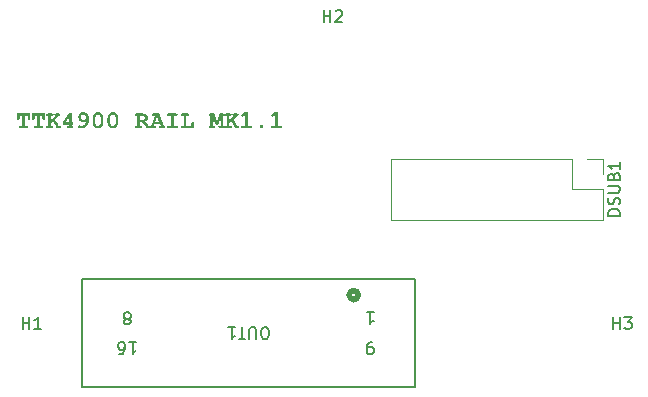
<source format=gto>
G04 #@! TF.GenerationSoftware,KiCad,Pcbnew,7.0.8-7.0.8~ubuntu22.04.1*
G04 #@! TF.CreationDate,2024-01-26T15:51:07+01:00*
G04 #@! TF.ProjectId,rail,7261696c-2e6b-4696-9361-645f70636258,rev?*
G04 #@! TF.SameCoordinates,Original*
G04 #@! TF.FileFunction,Legend,Top*
G04 #@! TF.FilePolarity,Positive*
%FSLAX46Y46*%
G04 Gerber Fmt 4.6, Leading zero omitted, Abs format (unit mm)*
G04 Created by KiCad (PCBNEW 7.0.8-7.0.8~ubuntu22.04.1) date 2024-01-26 15:51:07*
%MOMM*%
%LPD*%
G01*
G04 APERTURE LIST*
%ADD10C,0.300000*%
%ADD11C,0.150000*%
%ADD12C,0.152400*%
%ADD13C,0.508000*%
%ADD14C,0.120000*%
%ADD15C,3.600000*%
%ADD16C,5.600000*%
%ADD17C,1.397000*%
%ADD18R,1.700000X1.700000*%
%ADD19O,1.700000X1.700000*%
G04 APERTURE END LIST*
D10*
G36*
X81925610Y-56133974D02*
G01*
X81942513Y-56134386D01*
X81958325Y-56135622D01*
X81973047Y-56137683D01*
X81993085Y-56142320D01*
X82010670Y-56148811D01*
X82025800Y-56157158D01*
X82038477Y-56167359D01*
X82048701Y-56179414D01*
X82056471Y-56193325D01*
X82061787Y-56209090D01*
X82064650Y-56226710D01*
X82065195Y-56239487D01*
X82063968Y-56258343D01*
X82060288Y-56275344D01*
X82054154Y-56290491D01*
X82045566Y-56303784D01*
X82034524Y-56315221D01*
X82021029Y-56324804D01*
X82005081Y-56332532D01*
X81986678Y-56338405D01*
X81965823Y-56342424D01*
X81950555Y-56344072D01*
X81934198Y-56344896D01*
X81925610Y-56345000D01*
X81438346Y-56345000D01*
X81421487Y-56344587D01*
X81405716Y-56343351D01*
X81391033Y-56341290D01*
X81371048Y-56336653D01*
X81353509Y-56330162D01*
X81338418Y-56321816D01*
X81325774Y-56311615D01*
X81315578Y-56299559D01*
X81307828Y-56285648D01*
X81302526Y-56269883D01*
X81299671Y-56252264D01*
X81299127Y-56239487D01*
X81299688Y-56224803D01*
X81301967Y-56208172D01*
X81305999Y-56193455D01*
X81313152Y-56178321D01*
X81322829Y-56165943D01*
X81335031Y-56156322D01*
X81349602Y-56148727D01*
X81363438Y-56143598D01*
X81378811Y-56139561D01*
X81395724Y-56136614D01*
X81410361Y-56135043D01*
X81425983Y-56134170D01*
X81438346Y-56133974D01*
X81575366Y-56133974D01*
X81575366Y-55325774D01*
X81349685Y-55325774D01*
X81349685Y-55522145D01*
X81349273Y-55539004D01*
X81348037Y-55554775D01*
X81345976Y-55569458D01*
X81341339Y-55589443D01*
X81334848Y-55606982D01*
X81326501Y-55622073D01*
X81316301Y-55634716D01*
X81304245Y-55644913D01*
X81290334Y-55652663D01*
X81274569Y-55657965D01*
X81256950Y-55660820D01*
X81244173Y-55661364D01*
X81225316Y-55660140D01*
X81208315Y-55656469D01*
X81193168Y-55650351D01*
X81179876Y-55641786D01*
X81168438Y-55630774D01*
X81158855Y-55617314D01*
X81151127Y-55601407D01*
X81145254Y-55583053D01*
X81141236Y-55562252D01*
X81139587Y-55547025D01*
X81138763Y-55530711D01*
X81138660Y-55522145D01*
X81138660Y-55114748D01*
X82227494Y-55114748D01*
X82227494Y-55522145D01*
X82227145Y-55538506D01*
X82226098Y-55553882D01*
X82223806Y-55571717D01*
X82220423Y-55588014D01*
X82215949Y-55602772D01*
X82209140Y-55618451D01*
X82205146Y-55625460D01*
X82195525Y-55637662D01*
X82183147Y-55647339D01*
X82168013Y-55654492D01*
X82153296Y-55658524D01*
X82136665Y-55660803D01*
X82121981Y-55661364D01*
X82103125Y-55660140D01*
X82086123Y-55656469D01*
X82070977Y-55650351D01*
X82057684Y-55641786D01*
X82046247Y-55630774D01*
X82036664Y-55617314D01*
X82028936Y-55601407D01*
X82023063Y-55583053D01*
X82019044Y-55562252D01*
X82017396Y-55547025D01*
X82016571Y-55530711D01*
X82016468Y-55522145D01*
X82016468Y-55325774D01*
X81786392Y-55325774D01*
X81786392Y-56133974D01*
X81925610Y-56133974D01*
G37*
G36*
X83184438Y-56133974D02*
G01*
X83201341Y-56134386D01*
X83217153Y-56135622D01*
X83231875Y-56137683D01*
X83251913Y-56142320D01*
X83269497Y-56148811D01*
X83284628Y-56157158D01*
X83297305Y-56167359D01*
X83307529Y-56179414D01*
X83315298Y-56193325D01*
X83320615Y-56209090D01*
X83323477Y-56226710D01*
X83324023Y-56239487D01*
X83322796Y-56258343D01*
X83319115Y-56275344D01*
X83312981Y-56290491D01*
X83304393Y-56303784D01*
X83293352Y-56315221D01*
X83279857Y-56324804D01*
X83263908Y-56332532D01*
X83245506Y-56338405D01*
X83224650Y-56342424D01*
X83209383Y-56344072D01*
X83193025Y-56344896D01*
X83184438Y-56345000D01*
X82697173Y-56345000D01*
X82680315Y-56344587D01*
X82664544Y-56343351D01*
X82649861Y-56341290D01*
X82629875Y-56336653D01*
X82612337Y-56330162D01*
X82597246Y-56321816D01*
X82584602Y-56311615D01*
X82574405Y-56299559D01*
X82566656Y-56285648D01*
X82561354Y-56269883D01*
X82558499Y-56252264D01*
X82557955Y-56239487D01*
X82558516Y-56224803D01*
X82560795Y-56208172D01*
X82564827Y-56193455D01*
X82571980Y-56178321D01*
X82581657Y-56165943D01*
X82593859Y-56156322D01*
X82608430Y-56148727D01*
X82622265Y-56143598D01*
X82637639Y-56139561D01*
X82654551Y-56136614D01*
X82669189Y-56135043D01*
X82684811Y-56134170D01*
X82697173Y-56133974D01*
X82834193Y-56133974D01*
X82834193Y-55325774D01*
X82608513Y-55325774D01*
X82608513Y-55522145D01*
X82608101Y-55539004D01*
X82606864Y-55554775D01*
X82604804Y-55569458D01*
X82600167Y-55589443D01*
X82593675Y-55606982D01*
X82585329Y-55622073D01*
X82575128Y-55634716D01*
X82563072Y-55644913D01*
X82549162Y-55652663D01*
X82533397Y-55657965D01*
X82515777Y-55660820D01*
X82503000Y-55661364D01*
X82484144Y-55660140D01*
X82467142Y-55656469D01*
X82451995Y-55650351D01*
X82438703Y-55641786D01*
X82427266Y-55630774D01*
X82417683Y-55617314D01*
X82409955Y-55601407D01*
X82404082Y-55583053D01*
X82400063Y-55562252D01*
X82398415Y-55547025D01*
X82397590Y-55530711D01*
X82397487Y-55522145D01*
X82397487Y-55114748D01*
X83486322Y-55114748D01*
X83486322Y-55522145D01*
X83485973Y-55538506D01*
X83484925Y-55553882D01*
X83482634Y-55571717D01*
X83479251Y-55588014D01*
X83474777Y-55602772D01*
X83467968Y-55618451D01*
X83463974Y-55625460D01*
X83454352Y-55637662D01*
X83441975Y-55647339D01*
X83426841Y-55654492D01*
X83412123Y-55658524D01*
X83395492Y-55660803D01*
X83380809Y-55661364D01*
X83361953Y-55660140D01*
X83344951Y-55656469D01*
X83329804Y-55650351D01*
X83316512Y-55641786D01*
X83305075Y-55630774D01*
X83295492Y-55617314D01*
X83287764Y-55601407D01*
X83281891Y-55583053D01*
X83277872Y-55562252D01*
X83276223Y-55547025D01*
X83275399Y-55530711D01*
X83275296Y-55522145D01*
X83275296Y-55325774D01*
X83045219Y-55325774D01*
X83045219Y-56133974D01*
X83184438Y-56133974D01*
G37*
G36*
X84050889Y-55114748D02*
G01*
X84067748Y-55115160D01*
X84083519Y-55116397D01*
X84098202Y-55118458D01*
X84118187Y-55123095D01*
X84135725Y-55129586D01*
X84150817Y-55137932D01*
X84163460Y-55148133D01*
X84173657Y-55160189D01*
X84181407Y-55174099D01*
X84186709Y-55189864D01*
X84189564Y-55207484D01*
X84190108Y-55220261D01*
X84188884Y-55239117D01*
X84185213Y-55256119D01*
X84179095Y-55271266D01*
X84170530Y-55284558D01*
X84159518Y-55295996D01*
X84146058Y-55305578D01*
X84130151Y-55313306D01*
X84111797Y-55319180D01*
X84090996Y-55323198D01*
X84075769Y-55324847D01*
X84059454Y-55325671D01*
X84050889Y-55325774D01*
X83976884Y-55325774D01*
X83976884Y-55640115D01*
X84352773Y-55317348D01*
X84337403Y-55310335D01*
X84324082Y-55301938D01*
X84312811Y-55292154D01*
X84301604Y-55277978D01*
X84293598Y-55261636D01*
X84289500Y-55247004D01*
X84287450Y-55230987D01*
X84287194Y-55222459D01*
X84288418Y-55203210D01*
X84292089Y-55185854D01*
X84298207Y-55170392D01*
X84306772Y-55156823D01*
X84317784Y-55145147D01*
X84331244Y-55135365D01*
X84347151Y-55127476D01*
X84365505Y-55121480D01*
X84386306Y-55117378D01*
X84401533Y-55115695D01*
X84417847Y-55114853D01*
X84426413Y-55114748D01*
X84637438Y-55114748D01*
X84654297Y-55115160D01*
X84670068Y-55116397D01*
X84684751Y-55118458D01*
X84704736Y-55123095D01*
X84722275Y-55129586D01*
X84737366Y-55137932D01*
X84750010Y-55148133D01*
X84760206Y-55160189D01*
X84767956Y-55174099D01*
X84773258Y-55189864D01*
X84776113Y-55207484D01*
X84776657Y-55220261D01*
X84775507Y-55239117D01*
X84772059Y-55256119D01*
X84766311Y-55271266D01*
X84758264Y-55284558D01*
X84747918Y-55295996D01*
X84735273Y-55305578D01*
X84720329Y-55313306D01*
X84703086Y-55319180D01*
X84683544Y-55323198D01*
X84661703Y-55325362D01*
X84645865Y-55325774D01*
X84274738Y-55648541D01*
X84300087Y-55663060D01*
X84312608Y-55671110D01*
X84325027Y-55679688D01*
X84337344Y-55688793D01*
X84349558Y-55698425D01*
X84361670Y-55708585D01*
X84373679Y-55719272D01*
X84385586Y-55730487D01*
X84397391Y-55742229D01*
X84409094Y-55754498D01*
X84420694Y-55767295D01*
X84432192Y-55780619D01*
X84443587Y-55794470D01*
X84454881Y-55808849D01*
X84466072Y-55823755D01*
X84477160Y-55839188D01*
X84488146Y-55855149D01*
X84499030Y-55871637D01*
X84509812Y-55888653D01*
X84520491Y-55906196D01*
X84531068Y-55924266D01*
X84541543Y-55942864D01*
X84551915Y-55961989D01*
X84562185Y-55981641D01*
X84572353Y-56001821D01*
X84582418Y-56022528D01*
X84592381Y-56043762D01*
X84602242Y-56065524D01*
X84612000Y-56087813D01*
X84621657Y-56110630D01*
X84631210Y-56133974D01*
X84698621Y-56133974D01*
X84715524Y-56134386D01*
X84731336Y-56135622D01*
X84746058Y-56137683D01*
X84766096Y-56142320D01*
X84783681Y-56148811D01*
X84798812Y-56157158D01*
X84811489Y-56167359D01*
X84821712Y-56179414D01*
X84829482Y-56193325D01*
X84834798Y-56209090D01*
X84837661Y-56226710D01*
X84838206Y-56239487D01*
X84836979Y-56258343D01*
X84833299Y-56275344D01*
X84827165Y-56290491D01*
X84818577Y-56303784D01*
X84807536Y-56315221D01*
X84794041Y-56324804D01*
X84778092Y-56332532D01*
X84759690Y-56338405D01*
X84738834Y-56342424D01*
X84723567Y-56344072D01*
X84707209Y-56344896D01*
X84698621Y-56345000D01*
X84466713Y-56345000D01*
X84462066Y-56330973D01*
X84452643Y-56303390D01*
X84443049Y-56276433D01*
X84433283Y-56250104D01*
X84423346Y-56224401D01*
X84413236Y-56199325D01*
X84402955Y-56174876D01*
X84392502Y-56151054D01*
X84381878Y-56127858D01*
X84371082Y-56105290D01*
X84360114Y-56083348D01*
X84348974Y-56062033D01*
X84337662Y-56041345D01*
X84326179Y-56021283D01*
X84314524Y-56001849D01*
X84302697Y-55983041D01*
X84296720Y-55973872D01*
X84284717Y-55956100D01*
X84272706Y-55939234D01*
X84260686Y-55923276D01*
X84248657Y-55908225D01*
X84236620Y-55894081D01*
X84224575Y-55880845D01*
X84212520Y-55868516D01*
X84200457Y-55857094D01*
X84188386Y-55846580D01*
X84176306Y-55836972D01*
X84164217Y-55828273D01*
X84146068Y-55816924D01*
X84127900Y-55807618D01*
X84109713Y-55800352D01*
X84103646Y-55798384D01*
X83976884Y-55906095D01*
X83976884Y-56133974D01*
X84050889Y-56133974D01*
X84067748Y-56134386D01*
X84083519Y-56135622D01*
X84098202Y-56137683D01*
X84118187Y-56142320D01*
X84135725Y-56148811D01*
X84150817Y-56157158D01*
X84163460Y-56167359D01*
X84173657Y-56179414D01*
X84181407Y-56193325D01*
X84186709Y-56209090D01*
X84189564Y-56226710D01*
X84190108Y-56239487D01*
X84188884Y-56258343D01*
X84185213Y-56275344D01*
X84179095Y-56290491D01*
X84170530Y-56303784D01*
X84159518Y-56315221D01*
X84146058Y-56324804D01*
X84130151Y-56332532D01*
X84111797Y-56338405D01*
X84090996Y-56342424D01*
X84075769Y-56344072D01*
X84059454Y-56344896D01*
X84050889Y-56345000D01*
X83734351Y-56345000D01*
X83717492Y-56344587D01*
X83701721Y-56343351D01*
X83687038Y-56341290D01*
X83667053Y-56336653D01*
X83649514Y-56330162D01*
X83634423Y-56321816D01*
X83621779Y-56311615D01*
X83611583Y-56299559D01*
X83603833Y-56285648D01*
X83598531Y-56269883D01*
X83595676Y-56252264D01*
X83595132Y-56239487D01*
X83596356Y-56220630D01*
X83600026Y-56203629D01*
X83606144Y-56188482D01*
X83614710Y-56175190D01*
X83625722Y-56163752D01*
X83639182Y-56154170D01*
X83655088Y-56146442D01*
X83673442Y-56140568D01*
X83694244Y-56136550D01*
X83709471Y-56134901D01*
X83725785Y-56134077D01*
X83734351Y-56133974D01*
X83765858Y-56133974D01*
X83765858Y-55325774D01*
X83734351Y-55325774D01*
X83717492Y-55325362D01*
X83701721Y-55324125D01*
X83687038Y-55322065D01*
X83667053Y-55317428D01*
X83649514Y-55310936D01*
X83634423Y-55302590D01*
X83621779Y-55292389D01*
X83611583Y-55280333D01*
X83603833Y-55266423D01*
X83598531Y-55250658D01*
X83595676Y-55233038D01*
X83595132Y-55220261D01*
X83595693Y-55205578D01*
X83597972Y-55188947D01*
X83602004Y-55174230D01*
X83609157Y-55159096D01*
X83618834Y-55146718D01*
X83631036Y-55137096D01*
X83645607Y-55129502D01*
X83659443Y-55124373D01*
X83674816Y-55120335D01*
X83691728Y-55117389D01*
X83706366Y-55115818D01*
X83721988Y-55114945D01*
X83734351Y-55114748D01*
X84050889Y-55114748D01*
G37*
G36*
X85769870Y-55842714D02*
G01*
X85785442Y-55843126D01*
X85806916Y-55845290D01*
X85826130Y-55849309D01*
X85843084Y-55855182D01*
X85857776Y-55862910D01*
X85870209Y-55872493D01*
X85880381Y-55883930D01*
X85888292Y-55897222D01*
X85893943Y-55912369D01*
X85897334Y-55929371D01*
X85898464Y-55948227D01*
X85897334Y-55966399D01*
X85893943Y-55982857D01*
X85888292Y-55997602D01*
X85880381Y-56010635D01*
X85870209Y-56021954D01*
X85857776Y-56031561D01*
X85843084Y-56039454D01*
X85826130Y-56045634D01*
X85806916Y-56050101D01*
X85785442Y-56052855D01*
X85769870Y-56053740D01*
X85769870Y-56133974D01*
X85785442Y-56134386D01*
X85806916Y-56136550D01*
X85826130Y-56140568D01*
X85843084Y-56146442D01*
X85857776Y-56154170D01*
X85870209Y-56163752D01*
X85880381Y-56175190D01*
X85888292Y-56188482D01*
X85893943Y-56203629D01*
X85897334Y-56220630D01*
X85898464Y-56239487D01*
X85897221Y-56258343D01*
X85893493Y-56275344D01*
X85887278Y-56290491D01*
X85878578Y-56303784D01*
X85867391Y-56315221D01*
X85853719Y-56324804D01*
X85837561Y-56332532D01*
X85818917Y-56338405D01*
X85797788Y-56342424D01*
X85782320Y-56344072D01*
X85765748Y-56344896D01*
X85757048Y-56345000D01*
X85478611Y-56345000D01*
X85461752Y-56344587D01*
X85445981Y-56343351D01*
X85431298Y-56341290D01*
X85411313Y-56336653D01*
X85393775Y-56330162D01*
X85378684Y-56321816D01*
X85366040Y-56311615D01*
X85355843Y-56299559D01*
X85348094Y-56285648D01*
X85342791Y-56269883D01*
X85339936Y-56252264D01*
X85339392Y-56239487D01*
X85340616Y-56220630D01*
X85344287Y-56203629D01*
X85350405Y-56188482D01*
X85358970Y-56175190D01*
X85369982Y-56163752D01*
X85383442Y-56154170D01*
X85399349Y-56146442D01*
X85417703Y-56140568D01*
X85438504Y-56136550D01*
X85453731Y-56134901D01*
X85470046Y-56134077D01*
X85478611Y-56133974D01*
X85558845Y-56133974D01*
X85558845Y-56053740D01*
X84984752Y-56053740D01*
X84984752Y-55878618D01*
X85006325Y-55842714D01*
X85242306Y-55842714D01*
X85558845Y-55842714D01*
X85558845Y-55332002D01*
X85242306Y-55842714D01*
X85006325Y-55842714D01*
X85493265Y-55032316D01*
X85769870Y-55032316D01*
X85769870Y-55842714D01*
G37*
G36*
X86766652Y-54998843D02*
G01*
X86783125Y-54999538D01*
X86799315Y-55000697D01*
X86815222Y-55002320D01*
X86830846Y-55004407D01*
X86846186Y-55006957D01*
X86861242Y-55009971D01*
X86876016Y-55013449D01*
X86890506Y-55017390D01*
X86904712Y-55021795D01*
X86918636Y-55026663D01*
X86938989Y-55034836D01*
X86958705Y-55044051D01*
X86977784Y-55054310D01*
X86984002Y-55057962D01*
X87002180Y-55069376D01*
X87019482Y-55081498D01*
X87035908Y-55094328D01*
X87051458Y-55107867D01*
X87066133Y-55122115D01*
X87079932Y-55137071D01*
X87092855Y-55152735D01*
X87104902Y-55169108D01*
X87116073Y-55186189D01*
X87126368Y-55203978D01*
X87132745Y-55216231D01*
X87141843Y-55234811D01*
X87150451Y-55253454D01*
X87158570Y-55272163D01*
X87166199Y-55290935D01*
X87173339Y-55309772D01*
X87179989Y-55328674D01*
X87186150Y-55347639D01*
X87191822Y-55366670D01*
X87197004Y-55385764D01*
X87201696Y-55404923D01*
X87204553Y-55417732D01*
X87208547Y-55436981D01*
X87212148Y-55456397D01*
X87215356Y-55475981D01*
X87218171Y-55495733D01*
X87220594Y-55515652D01*
X87222624Y-55535738D01*
X87224260Y-55555992D01*
X87225504Y-55576413D01*
X87226355Y-55597002D01*
X87226814Y-55617758D01*
X87226901Y-55631688D01*
X87226743Y-55649019D01*
X87226267Y-55666205D01*
X87225475Y-55683248D01*
X87224365Y-55700147D01*
X87222939Y-55716902D01*
X87221195Y-55733513D01*
X87219135Y-55749981D01*
X87216757Y-55766304D01*
X87214063Y-55782484D01*
X87211052Y-55798520D01*
X87207723Y-55814412D01*
X87204078Y-55830160D01*
X87200115Y-55845765D01*
X87195836Y-55861225D01*
X87191240Y-55876542D01*
X87186326Y-55891715D01*
X87181096Y-55906744D01*
X87175549Y-55921630D01*
X87169684Y-55936371D01*
X87163503Y-55950969D01*
X87157005Y-55965423D01*
X87150189Y-55979733D01*
X87143057Y-55993899D01*
X87135608Y-56007921D01*
X87127841Y-56021800D01*
X87119758Y-56035535D01*
X87111358Y-56049126D01*
X87102641Y-56062573D01*
X87093606Y-56075876D01*
X87084255Y-56089035D01*
X87074587Y-56102051D01*
X87064602Y-56114923D01*
X87051195Y-56131016D01*
X87037627Y-56146599D01*
X87023898Y-56161671D01*
X87010008Y-56176232D01*
X86995957Y-56190281D01*
X86981745Y-56203820D01*
X86967372Y-56216849D01*
X86952838Y-56229366D01*
X86938143Y-56241372D01*
X86923287Y-56252867D01*
X86908270Y-56263852D01*
X86893092Y-56274326D01*
X86877753Y-56284288D01*
X86862253Y-56293740D01*
X86846592Y-56302681D01*
X86830770Y-56311111D01*
X86814787Y-56319030D01*
X86798643Y-56326438D01*
X86782338Y-56333335D01*
X86765872Y-56339722D01*
X86749245Y-56345597D01*
X86732457Y-56350962D01*
X86715508Y-56355815D01*
X86698398Y-56360158D01*
X86681127Y-56363990D01*
X86663695Y-56367311D01*
X86646102Y-56370120D01*
X86628348Y-56372420D01*
X86610433Y-56374208D01*
X86592357Y-56375485D01*
X86574120Y-56376251D01*
X86555722Y-56376507D01*
X86535160Y-56376175D01*
X86515377Y-56375180D01*
X86496374Y-56373522D01*
X86478150Y-56371200D01*
X86460705Y-56368215D01*
X86444039Y-56364567D01*
X86428153Y-56360255D01*
X86413046Y-56355281D01*
X86398718Y-56349642D01*
X86385169Y-56343341D01*
X86376570Y-56338771D01*
X86360770Y-56328885D01*
X86347077Y-56318278D01*
X86335491Y-56306949D01*
X86326011Y-56294899D01*
X86318638Y-56282128D01*
X86312384Y-56265150D01*
X86309422Y-56247044D01*
X86309159Y-56239487D01*
X86310266Y-56223314D01*
X86313589Y-56208042D01*
X86319128Y-56193672D01*
X86326881Y-56180204D01*
X86336851Y-56167638D01*
X86340666Y-56163649D01*
X86352932Y-56152817D01*
X86366100Y-56144226D01*
X86380169Y-56137876D01*
X86395140Y-56133768D01*
X86411012Y-56131900D01*
X86416503Y-56131775D01*
X86432605Y-56134073D01*
X86448165Y-56137771D01*
X86462659Y-56141687D01*
X86476587Y-56145697D01*
X86490773Y-56149602D01*
X86505954Y-56153415D01*
X86521126Y-56156658D01*
X86536614Y-56158922D01*
X86543265Y-56159253D01*
X86563966Y-56158763D01*
X86584395Y-56157295D01*
X86604553Y-56154848D01*
X86624438Y-56151422D01*
X86644051Y-56147017D01*
X86663393Y-56141633D01*
X86682462Y-56135270D01*
X86701260Y-56127929D01*
X86719786Y-56119608D01*
X86738040Y-56110309D01*
X86756021Y-56100031D01*
X86773731Y-56088773D01*
X86791169Y-56076537D01*
X86808336Y-56063323D01*
X86825230Y-56049129D01*
X86841852Y-56033956D01*
X86857964Y-56017981D01*
X86873325Y-56001470D01*
X86887937Y-55984424D01*
X86901799Y-55966843D01*
X86914910Y-55948726D01*
X86927272Y-55930075D01*
X86938884Y-55910888D01*
X86949747Y-55891166D01*
X86959859Y-55870908D01*
X86969221Y-55850116D01*
X86977834Y-55828788D01*
X86985696Y-55806925D01*
X86992809Y-55784527D01*
X86999171Y-55761593D01*
X87004784Y-55738124D01*
X87009647Y-55714120D01*
X86992212Y-55731999D01*
X86974711Y-55748724D01*
X86957144Y-55764296D01*
X86939511Y-55778715D01*
X86921813Y-55791980D01*
X86904048Y-55804091D01*
X86886218Y-55815049D01*
X86868322Y-55824854D01*
X86850360Y-55833505D01*
X86832333Y-55841002D01*
X86814239Y-55847347D01*
X86796080Y-55852537D01*
X86777854Y-55856574D01*
X86759563Y-55859458D01*
X86741207Y-55861188D01*
X86722784Y-55861765D01*
X86702091Y-55861271D01*
X86681780Y-55859790D01*
X86661849Y-55857321D01*
X86642298Y-55853865D01*
X86623128Y-55849422D01*
X86604339Y-55843991D01*
X86585931Y-55837572D01*
X86567903Y-55830166D01*
X86550256Y-55821773D01*
X86532990Y-55812392D01*
X86516104Y-55802023D01*
X86499599Y-55790667D01*
X86483475Y-55778324D01*
X86467731Y-55764993D01*
X86452368Y-55750675D01*
X86437386Y-55735369D01*
X86423101Y-55719318D01*
X86409737Y-55702855D01*
X86397295Y-55685979D01*
X86385775Y-55668691D01*
X86375176Y-55650991D01*
X86365499Y-55632879D01*
X86356743Y-55614355D01*
X86348909Y-55595418D01*
X86341997Y-55576070D01*
X86336006Y-55556309D01*
X86330937Y-55536136D01*
X86326790Y-55515551D01*
X86323564Y-55494554D01*
X86321260Y-55473144D01*
X86319878Y-55451323D01*
X86319463Y-55431287D01*
X86530443Y-55431287D01*
X86530961Y-55448091D01*
X86532516Y-55464432D01*
X86535108Y-55480308D01*
X86538737Y-55495721D01*
X86543403Y-55510671D01*
X86549106Y-55525156D01*
X86555845Y-55539178D01*
X86563621Y-55552737D01*
X86572435Y-55565831D01*
X86582285Y-55578462D01*
X86589427Y-55586625D01*
X86600794Y-55598083D01*
X86612637Y-55608414D01*
X86624957Y-55617618D01*
X86637753Y-55625695D01*
X86651026Y-55632645D01*
X86664775Y-55638467D01*
X86679001Y-55643163D01*
X86693704Y-55646732D01*
X86708883Y-55649174D01*
X86724538Y-55650489D01*
X86735240Y-55650739D01*
X86752162Y-55649949D01*
X86769221Y-55647579D01*
X86786417Y-55643629D01*
X86803750Y-55638100D01*
X86821221Y-55630990D01*
X86838830Y-55622300D01*
X86852126Y-55614746D01*
X86865500Y-55606303D01*
X86874459Y-55600181D01*
X86887662Y-55590394D01*
X86900343Y-55580131D01*
X86912503Y-55569391D01*
X86924141Y-55558175D01*
X86935258Y-55546482D01*
X86945852Y-55534313D01*
X86955926Y-55521667D01*
X86965477Y-55508544D01*
X86974507Y-55494945D01*
X86983016Y-55480869D01*
X86988398Y-55471221D01*
X86985371Y-55454385D01*
X86982061Y-55438133D01*
X86978467Y-55422466D01*
X86974591Y-55407382D01*
X86970430Y-55392882D01*
X86963659Y-55372227D01*
X86956250Y-55352885D01*
X86948203Y-55334857D01*
X86939518Y-55318143D01*
X86930196Y-55302743D01*
X86920237Y-55288657D01*
X86909640Y-55275884D01*
X86905966Y-55271919D01*
X86894517Y-55260788D01*
X86882288Y-55250752D01*
X86869281Y-55241812D01*
X86855494Y-55233966D01*
X86840927Y-55227214D01*
X86825582Y-55221558D01*
X86809457Y-55216996D01*
X86792553Y-55213529D01*
X86774870Y-55211157D01*
X86756408Y-55209880D01*
X86743667Y-55209637D01*
X86725421Y-55210158D01*
X86707916Y-55211723D01*
X86691152Y-55214331D01*
X86675128Y-55217983D01*
X86659845Y-55222678D01*
X86645302Y-55228416D01*
X86631500Y-55235197D01*
X86618439Y-55243022D01*
X86606118Y-55251889D01*
X86594538Y-55261801D01*
X86587229Y-55268988D01*
X86577081Y-55280437D01*
X86567931Y-55292665D01*
X86559779Y-55305673D01*
X86552625Y-55319460D01*
X86546469Y-55334026D01*
X86541312Y-55349372D01*
X86537153Y-55365496D01*
X86533992Y-55382400D01*
X86531829Y-55400083D01*
X86530664Y-55418546D01*
X86530443Y-55431287D01*
X86319463Y-55431287D01*
X86319417Y-55429089D01*
X86319862Y-55405377D01*
X86321197Y-55382234D01*
X86323422Y-55359661D01*
X86326538Y-55337658D01*
X86330544Y-55316224D01*
X86335440Y-55295360D01*
X86341225Y-55275066D01*
X86347902Y-55255341D01*
X86355468Y-55236185D01*
X86363924Y-55217599D01*
X86373271Y-55199583D01*
X86383508Y-55182136D01*
X86394635Y-55165259D01*
X86406652Y-55148952D01*
X86419559Y-55133214D01*
X86433356Y-55118046D01*
X86447945Y-55103583D01*
X86463226Y-55090053D01*
X86479200Y-55077456D01*
X86495867Y-55065793D01*
X86513226Y-55055062D01*
X86531278Y-55045265D01*
X86550023Y-55036401D01*
X86569460Y-55028469D01*
X86589590Y-55021471D01*
X86610413Y-55015406D01*
X86631928Y-55010274D01*
X86654136Y-55006075D01*
X86677037Y-55002810D01*
X86700630Y-55000477D01*
X86724916Y-54999077D01*
X86749895Y-54998611D01*
X86766652Y-54998843D01*
G37*
G36*
X88004778Y-54999279D02*
G01*
X88031506Y-55001284D01*
X88057397Y-55004626D01*
X88082453Y-55009304D01*
X88106673Y-55015319D01*
X88130058Y-55022671D01*
X88152606Y-55031359D01*
X88174319Y-55041384D01*
X88195196Y-55052745D01*
X88215237Y-55065444D01*
X88234443Y-55079479D01*
X88252813Y-55094850D01*
X88270347Y-55111558D01*
X88287045Y-55129603D01*
X88302907Y-55148985D01*
X88317934Y-55169703D01*
X88332131Y-55191341D01*
X88345411Y-55213575D01*
X88357776Y-55236404D01*
X88369225Y-55259829D01*
X88379758Y-55283848D01*
X88389375Y-55308463D01*
X88398076Y-55333674D01*
X88405861Y-55359480D01*
X88412731Y-55385881D01*
X88418684Y-55412877D01*
X88423722Y-55440469D01*
X88427843Y-55468656D01*
X88431049Y-55497439D01*
X88432308Y-55512053D01*
X88433339Y-55526816D01*
X88434140Y-55541729D01*
X88434713Y-55556790D01*
X88435056Y-55572000D01*
X88435170Y-55587358D01*
X88435170Y-55787759D01*
X88434984Y-55807433D01*
X88434426Y-55826886D01*
X88433496Y-55846119D01*
X88432194Y-55865131D01*
X88430519Y-55883923D01*
X88428473Y-55902494D01*
X88426054Y-55920846D01*
X88423264Y-55938976D01*
X88420101Y-55956887D01*
X88416566Y-55974577D01*
X88412659Y-55992046D01*
X88408380Y-56009295D01*
X88403729Y-56026324D01*
X88398706Y-56043133D01*
X88393310Y-56059721D01*
X88387543Y-56076088D01*
X88381404Y-56092127D01*
X88374801Y-56107819D01*
X88367734Y-56123165D01*
X88360203Y-56138164D01*
X88352209Y-56152817D01*
X88343751Y-56167124D01*
X88334830Y-56181084D01*
X88325444Y-56194699D01*
X88315595Y-56207966D01*
X88305283Y-56220888D01*
X88294507Y-56233463D01*
X88283267Y-56245692D01*
X88271563Y-56257574D01*
X88259396Y-56269111D01*
X88246765Y-56280300D01*
X88233670Y-56291144D01*
X88220175Y-56301481D01*
X88206342Y-56311151D01*
X88192171Y-56320154D01*
X88177662Y-56328490D01*
X88162816Y-56336160D01*
X88147632Y-56343162D01*
X88132110Y-56349497D01*
X88116250Y-56355166D01*
X88100053Y-56360168D01*
X88083518Y-56364503D01*
X88066645Y-56368171D01*
X88049435Y-56371172D01*
X88031886Y-56373506D01*
X88014000Y-56375173D01*
X87995777Y-56376173D01*
X87977215Y-56376507D01*
X87949651Y-56375840D01*
X87922919Y-56373839D01*
X87897020Y-56370505D01*
X87871954Y-56365836D01*
X87847721Y-56359834D01*
X87824321Y-56352499D01*
X87801754Y-56343829D01*
X87780020Y-56333825D01*
X87759118Y-56322488D01*
X87739050Y-56309817D01*
X87719814Y-56295812D01*
X87701412Y-56280474D01*
X87683842Y-56263801D01*
X87667105Y-56245795D01*
X87651201Y-56226455D01*
X87636130Y-56205781D01*
X87621978Y-56184098D01*
X87608739Y-56161823D01*
X87596412Y-56138955D01*
X87584999Y-56115495D01*
X87574499Y-56091443D01*
X87564912Y-56066797D01*
X87556238Y-56041560D01*
X87548477Y-56015730D01*
X87541629Y-55989307D01*
X87535695Y-55962292D01*
X87530673Y-55934684D01*
X87526564Y-55906484D01*
X87523369Y-55877692D01*
X87522113Y-55863073D01*
X87521086Y-55848307D01*
X87520287Y-55833392D01*
X87519716Y-55818329D01*
X87519374Y-55803118D01*
X87519371Y-55802780D01*
X87730286Y-55802780D01*
X87730549Y-55823088D01*
X87731339Y-55842886D01*
X87732656Y-55862174D01*
X87734499Y-55880953D01*
X87736869Y-55899223D01*
X87739765Y-55916983D01*
X87743189Y-55934234D01*
X87747138Y-55950975D01*
X87751615Y-55967206D01*
X87756618Y-55982929D01*
X87762148Y-55998141D01*
X87768204Y-56012844D01*
X87774787Y-56027038D01*
X87781897Y-56040723D01*
X87789534Y-56053897D01*
X87797697Y-56066563D01*
X87806341Y-56078541D01*
X87819950Y-56095060D01*
X87834333Y-56109839D01*
X87849489Y-56122880D01*
X87865417Y-56134183D01*
X87882118Y-56143746D01*
X87899592Y-56151571D01*
X87917838Y-56157656D01*
X87936858Y-56162003D01*
X87956650Y-56164612D01*
X87977215Y-56165481D01*
X87997777Y-56164612D01*
X88017560Y-56162003D01*
X88036563Y-56157656D01*
X88054787Y-56151571D01*
X88072232Y-56143746D01*
X88088898Y-56134183D01*
X88104784Y-56122880D01*
X88119891Y-56109839D01*
X88134219Y-56095060D01*
X88147768Y-56078541D01*
X88156367Y-56066563D01*
X88164575Y-56053897D01*
X88172253Y-56040723D01*
X88179401Y-56027038D01*
X88186020Y-56012844D01*
X88192109Y-55998141D01*
X88197669Y-55982929D01*
X88202699Y-55967206D01*
X88207200Y-55950975D01*
X88211172Y-55934234D01*
X88214613Y-55916983D01*
X88217526Y-55899223D01*
X88219909Y-55880953D01*
X88221762Y-55862174D01*
X88223086Y-55842886D01*
X88223880Y-55823088D01*
X88224145Y-55802780D01*
X88224145Y-55572704D01*
X88223880Y-55552396D01*
X88223086Y-55532598D01*
X88221762Y-55513310D01*
X88219909Y-55494531D01*
X88217526Y-55476261D01*
X88214613Y-55458501D01*
X88211172Y-55441250D01*
X88207200Y-55424509D01*
X88202699Y-55408278D01*
X88197669Y-55392555D01*
X88192109Y-55377343D01*
X88186020Y-55362640D01*
X88179401Y-55348446D01*
X88172253Y-55334761D01*
X88164575Y-55321587D01*
X88156367Y-55308921D01*
X88147768Y-55296899D01*
X88134219Y-55280319D01*
X88119891Y-55265484D01*
X88104784Y-55252395D01*
X88088898Y-55241051D01*
X88072232Y-55231452D01*
X88054787Y-55223599D01*
X88036563Y-55217490D01*
X88017560Y-55213127D01*
X87997777Y-55210509D01*
X87977215Y-55209637D01*
X87956650Y-55210509D01*
X87936858Y-55213127D01*
X87917838Y-55217490D01*
X87899592Y-55223599D01*
X87882118Y-55231452D01*
X87865417Y-55241051D01*
X87849489Y-55252395D01*
X87834333Y-55265484D01*
X87819950Y-55280319D01*
X87806341Y-55296899D01*
X87797697Y-55308921D01*
X87789534Y-55321587D01*
X87781897Y-55334761D01*
X87774787Y-55348446D01*
X87768204Y-55362640D01*
X87762148Y-55377343D01*
X87756618Y-55392555D01*
X87751615Y-55408278D01*
X87747138Y-55424509D01*
X87743189Y-55441250D01*
X87739765Y-55458501D01*
X87736869Y-55476261D01*
X87734499Y-55494531D01*
X87732656Y-55513310D01*
X87731339Y-55532598D01*
X87730549Y-55552396D01*
X87730286Y-55572704D01*
X87730286Y-55802780D01*
X87519371Y-55802780D01*
X87519260Y-55787759D01*
X87519260Y-55587358D01*
X87519444Y-55567686D01*
X87519998Y-55548237D01*
X87520921Y-55529012D01*
X87522214Y-55510010D01*
X87523875Y-55491231D01*
X87525906Y-55472675D01*
X87528306Y-55454342D01*
X87531075Y-55436233D01*
X87534213Y-55418347D01*
X87537721Y-55400684D01*
X87541598Y-55383245D01*
X87545844Y-55366028D01*
X87550459Y-55349035D01*
X87555444Y-55332266D01*
X87560798Y-55315719D01*
X87566521Y-55299396D01*
X87572705Y-55283357D01*
X87579349Y-55267665D01*
X87586455Y-55252319D01*
X87594021Y-55237320D01*
X87602048Y-55222667D01*
X87610536Y-55208360D01*
X87619485Y-55194400D01*
X87628894Y-55180785D01*
X87638765Y-55167518D01*
X87649096Y-55154596D01*
X87659888Y-55142021D01*
X87671141Y-55129792D01*
X87682854Y-55117910D01*
X87695029Y-55106373D01*
X87707664Y-55095184D01*
X87720760Y-55084340D01*
X87734256Y-55073959D01*
X87748089Y-55064247D01*
X87762259Y-55055205D01*
X87776768Y-55046834D01*
X87791614Y-55039131D01*
X87806799Y-55032099D01*
X87822320Y-55025736D01*
X87838180Y-55020043D01*
X87854377Y-55015020D01*
X87870912Y-55010666D01*
X87887785Y-55006983D01*
X87904996Y-55003969D01*
X87922544Y-55001625D01*
X87940430Y-54999950D01*
X87958654Y-54998946D01*
X87977215Y-54998611D01*
X88004778Y-54999279D01*
G37*
G36*
X89263606Y-54999279D02*
G01*
X89290333Y-55001284D01*
X89316225Y-55004626D01*
X89341281Y-55009304D01*
X89365501Y-55015319D01*
X89388885Y-55022671D01*
X89411434Y-55031359D01*
X89433147Y-55041384D01*
X89454024Y-55052745D01*
X89474065Y-55065444D01*
X89493271Y-55079479D01*
X89511640Y-55094850D01*
X89529174Y-55111558D01*
X89545872Y-55129603D01*
X89561735Y-55148985D01*
X89576762Y-55169703D01*
X89590958Y-55191341D01*
X89604239Y-55213575D01*
X89616604Y-55236404D01*
X89628053Y-55259829D01*
X89638586Y-55283848D01*
X89648203Y-55308463D01*
X89656904Y-55333674D01*
X89664689Y-55359480D01*
X89671558Y-55385881D01*
X89677512Y-55412877D01*
X89682549Y-55440469D01*
X89686671Y-55468656D01*
X89689877Y-55497439D01*
X89691136Y-55512053D01*
X89692166Y-55526816D01*
X89692968Y-55541729D01*
X89693540Y-55556790D01*
X89693884Y-55572000D01*
X89693998Y-55587358D01*
X89693998Y-55787759D01*
X89693812Y-55807433D01*
X89693254Y-55826886D01*
X89692324Y-55846119D01*
X89691021Y-55865131D01*
X89689347Y-55883923D01*
X89687301Y-55902494D01*
X89684882Y-55920846D01*
X89682091Y-55938976D01*
X89678929Y-55956887D01*
X89675394Y-55974577D01*
X89671487Y-55992046D01*
X89667208Y-56009295D01*
X89662557Y-56026324D01*
X89657533Y-56043133D01*
X89652138Y-56059721D01*
X89646371Y-56076088D01*
X89640231Y-56092127D01*
X89633628Y-56107819D01*
X89626561Y-56123165D01*
X89619031Y-56138164D01*
X89611037Y-56152817D01*
X89602579Y-56167124D01*
X89593657Y-56181084D01*
X89584272Y-56194699D01*
X89574423Y-56207966D01*
X89564111Y-56220888D01*
X89553334Y-56233463D01*
X89542094Y-56245692D01*
X89530391Y-56257574D01*
X89518223Y-56269111D01*
X89505592Y-56280300D01*
X89492498Y-56291144D01*
X89479002Y-56301481D01*
X89465169Y-56311151D01*
X89450998Y-56320154D01*
X89436490Y-56328490D01*
X89421643Y-56336160D01*
X89406459Y-56343162D01*
X89390938Y-56349497D01*
X89375078Y-56355166D01*
X89358881Y-56360168D01*
X89342346Y-56364503D01*
X89325473Y-56368171D01*
X89308262Y-56371172D01*
X89290714Y-56373506D01*
X89272828Y-56375173D01*
X89254604Y-56376173D01*
X89236043Y-56376507D01*
X89208478Y-56375840D01*
X89181746Y-56373839D01*
X89155848Y-56370505D01*
X89130782Y-56365836D01*
X89106549Y-56359834D01*
X89083149Y-56352499D01*
X89060581Y-56343829D01*
X89038847Y-56333825D01*
X89017946Y-56322488D01*
X88997877Y-56309817D01*
X88978642Y-56295812D01*
X88960239Y-56280474D01*
X88942669Y-56263801D01*
X88925933Y-56245795D01*
X88910029Y-56226455D01*
X88894958Y-56205781D01*
X88880805Y-56184098D01*
X88867566Y-56161823D01*
X88855240Y-56138955D01*
X88843827Y-56115495D01*
X88833327Y-56091443D01*
X88823740Y-56066797D01*
X88815066Y-56041560D01*
X88807305Y-56015730D01*
X88800457Y-55989307D01*
X88794522Y-55962292D01*
X88789501Y-55934684D01*
X88785392Y-55906484D01*
X88782196Y-55877692D01*
X88780941Y-55863073D01*
X88779914Y-55848307D01*
X88779115Y-55833392D01*
X88778544Y-55818329D01*
X88778202Y-55803118D01*
X88778199Y-55802780D01*
X88989113Y-55802780D01*
X88989377Y-55823088D01*
X88990167Y-55842886D01*
X88991483Y-55862174D01*
X88993326Y-55880953D01*
X88995696Y-55899223D01*
X88998593Y-55916983D01*
X89002016Y-55934234D01*
X89005966Y-55950975D01*
X89010443Y-55967206D01*
X89015446Y-55982929D01*
X89020975Y-55998141D01*
X89027032Y-56012844D01*
X89033615Y-56027038D01*
X89040725Y-56040723D01*
X89048361Y-56053897D01*
X89056524Y-56066563D01*
X89065168Y-56078541D01*
X89078778Y-56095060D01*
X89093161Y-56109839D01*
X89108316Y-56122880D01*
X89124244Y-56134183D01*
X89140945Y-56143746D01*
X89158419Y-56151571D01*
X89176666Y-56157656D01*
X89195685Y-56162003D01*
X89215478Y-56164612D01*
X89236043Y-56165481D01*
X89256605Y-56164612D01*
X89276387Y-56162003D01*
X89295391Y-56157656D01*
X89313615Y-56151571D01*
X89331060Y-56143746D01*
X89347725Y-56134183D01*
X89363612Y-56122880D01*
X89378719Y-56109839D01*
X89393047Y-56095060D01*
X89406595Y-56078541D01*
X89415195Y-56066563D01*
X89423402Y-56053897D01*
X89431080Y-56040723D01*
X89438229Y-56027038D01*
X89444848Y-56012844D01*
X89450937Y-55998141D01*
X89456497Y-55982929D01*
X89461527Y-55967206D01*
X89466028Y-55950975D01*
X89469999Y-55934234D01*
X89473441Y-55916983D01*
X89476353Y-55899223D01*
X89478736Y-55880953D01*
X89480589Y-55862174D01*
X89481913Y-55842886D01*
X89482708Y-55823088D01*
X89482972Y-55802780D01*
X89482972Y-55572704D01*
X89482708Y-55552396D01*
X89481913Y-55532598D01*
X89480589Y-55513310D01*
X89478736Y-55494531D01*
X89476353Y-55476261D01*
X89473441Y-55458501D01*
X89469999Y-55441250D01*
X89466028Y-55424509D01*
X89461527Y-55408278D01*
X89456497Y-55392555D01*
X89450937Y-55377343D01*
X89444848Y-55362640D01*
X89438229Y-55348446D01*
X89431080Y-55334761D01*
X89423402Y-55321587D01*
X89415195Y-55308921D01*
X89406595Y-55296899D01*
X89393047Y-55280319D01*
X89378719Y-55265484D01*
X89363612Y-55252395D01*
X89347725Y-55241051D01*
X89331060Y-55231452D01*
X89313615Y-55223599D01*
X89295391Y-55217490D01*
X89276387Y-55213127D01*
X89256605Y-55210509D01*
X89236043Y-55209637D01*
X89215478Y-55210509D01*
X89195685Y-55213127D01*
X89176666Y-55217490D01*
X89158419Y-55223599D01*
X89140945Y-55231452D01*
X89124244Y-55241051D01*
X89108316Y-55252395D01*
X89093161Y-55265484D01*
X89078778Y-55280319D01*
X89065168Y-55296899D01*
X89056524Y-55308921D01*
X89048361Y-55321587D01*
X89040725Y-55334761D01*
X89033615Y-55348446D01*
X89027032Y-55362640D01*
X89020975Y-55377343D01*
X89015446Y-55392555D01*
X89010443Y-55408278D01*
X89005966Y-55424509D01*
X89002016Y-55441250D01*
X88998593Y-55458501D01*
X88995696Y-55476261D01*
X88993326Y-55494531D01*
X88991483Y-55513310D01*
X88990167Y-55532598D01*
X88989377Y-55552396D01*
X88989113Y-55572704D01*
X88989113Y-55802780D01*
X88778199Y-55802780D01*
X88778087Y-55787759D01*
X88778087Y-55587358D01*
X88778272Y-55567686D01*
X88778826Y-55548237D01*
X88779749Y-55529012D01*
X88781041Y-55510010D01*
X88782703Y-55491231D01*
X88784734Y-55472675D01*
X88787133Y-55454342D01*
X88789903Y-55436233D01*
X88793041Y-55418347D01*
X88796549Y-55400684D01*
X88800426Y-55383245D01*
X88804672Y-55366028D01*
X88809287Y-55349035D01*
X88814272Y-55332266D01*
X88819625Y-55315719D01*
X88825348Y-55299396D01*
X88831532Y-55283357D01*
X88838177Y-55267665D01*
X88845282Y-55252319D01*
X88852849Y-55237320D01*
X88860876Y-55222667D01*
X88869364Y-55208360D01*
X88878312Y-55194400D01*
X88887722Y-55180785D01*
X88897592Y-55167518D01*
X88907923Y-55154596D01*
X88918715Y-55142021D01*
X88929968Y-55129792D01*
X88941682Y-55117910D01*
X88953856Y-55106373D01*
X88966492Y-55095184D01*
X88979588Y-55084340D01*
X88993083Y-55073959D01*
X89006916Y-55064247D01*
X89021087Y-55055205D01*
X89035596Y-55046834D01*
X89050442Y-55039131D01*
X89065626Y-55032099D01*
X89081148Y-55025736D01*
X89097008Y-55020043D01*
X89113205Y-55015020D01*
X89129740Y-55010666D01*
X89146613Y-55006983D01*
X89163823Y-55003969D01*
X89181371Y-55001625D01*
X89199258Y-54999950D01*
X89217481Y-54998946D01*
X89236043Y-54998611D01*
X89263606Y-54999279D01*
G37*
G36*
X91762152Y-55115156D02*
G01*
X91786871Y-55116380D01*
X91811004Y-55118419D01*
X91834550Y-55121274D01*
X91857509Y-55124945D01*
X91879882Y-55129431D01*
X91901668Y-55134734D01*
X91922867Y-55140852D01*
X91943479Y-55147785D01*
X91963505Y-55155535D01*
X91982943Y-55164100D01*
X92001795Y-55173481D01*
X92020061Y-55183678D01*
X92037739Y-55194690D01*
X92054831Y-55206518D01*
X92071336Y-55219162D01*
X92087041Y-55232457D01*
X92101733Y-55246239D01*
X92115411Y-55260507D01*
X92128077Y-55275262D01*
X92139729Y-55290503D01*
X92150367Y-55306231D01*
X92159993Y-55322445D01*
X92168606Y-55339146D01*
X92176205Y-55356334D01*
X92182791Y-55374008D01*
X92188363Y-55392169D01*
X92192923Y-55410816D01*
X92196469Y-55429950D01*
X92199002Y-55449571D01*
X92200522Y-55469678D01*
X92201029Y-55490272D01*
X92200139Y-55514271D01*
X92197468Y-55537727D01*
X92193017Y-55560639D01*
X92186786Y-55583008D01*
X92178775Y-55604832D01*
X92168983Y-55626113D01*
X92157411Y-55646849D01*
X92144059Y-55667042D01*
X92128927Y-55686692D01*
X92112014Y-55705797D01*
X92093321Y-55724358D01*
X92072847Y-55742376D01*
X92050593Y-55759850D01*
X92026559Y-55776780D01*
X92013875Y-55785041D01*
X92000745Y-55793166D01*
X91987170Y-55801155D01*
X91973150Y-55809009D01*
X91990246Y-55824360D01*
X92007279Y-55840373D01*
X92024249Y-55857047D01*
X92041157Y-55874382D01*
X92058001Y-55892378D01*
X92074782Y-55911035D01*
X92091500Y-55930354D01*
X92108155Y-55950334D01*
X92124748Y-55970974D01*
X92141277Y-55992277D01*
X92157743Y-56014240D01*
X92174147Y-56036864D01*
X92190487Y-56060150D01*
X92206765Y-56084097D01*
X92214880Y-56096318D01*
X92222979Y-56108705D01*
X92231063Y-56121256D01*
X92239131Y-56133974D01*
X92266608Y-56133974D01*
X92283466Y-56134386D01*
X92299237Y-56135622D01*
X92313921Y-56137683D01*
X92333906Y-56142320D01*
X92351444Y-56148811D01*
X92366535Y-56157158D01*
X92379179Y-56167359D01*
X92389376Y-56179414D01*
X92397125Y-56193325D01*
X92402428Y-56209090D01*
X92405283Y-56226710D01*
X92405826Y-56239487D01*
X92404603Y-56258343D01*
X92400932Y-56275344D01*
X92394814Y-56290491D01*
X92386249Y-56303784D01*
X92375236Y-56315221D01*
X92361777Y-56324804D01*
X92345870Y-56332532D01*
X92327516Y-56338405D01*
X92306715Y-56342424D01*
X92291488Y-56344072D01*
X92275173Y-56344896D01*
X92266608Y-56345000D01*
X92099912Y-56345000D01*
X92089988Y-56326016D01*
X92079722Y-56307075D01*
X92069116Y-56288177D01*
X92058170Y-56269322D01*
X92046882Y-56250510D01*
X92035255Y-56231741D01*
X92023286Y-56213015D01*
X92010977Y-56194332D01*
X91998328Y-56175692D01*
X91985338Y-56157095D01*
X91972007Y-56138540D01*
X91958335Y-56120029D01*
X91944323Y-56101560D01*
X91929971Y-56083135D01*
X91915278Y-56064752D01*
X91900244Y-56046413D01*
X91885296Y-56028575D01*
X91870769Y-56011700D01*
X91856662Y-55995786D01*
X91842976Y-55980833D01*
X91829711Y-55966843D01*
X91816867Y-55953814D01*
X91804444Y-55941747D01*
X91792441Y-55930642D01*
X91780859Y-55920498D01*
X91764275Y-55907085D01*
X91748638Y-55895837D01*
X91733947Y-55886752D01*
X91720203Y-55879831D01*
X91711566Y-55876420D01*
X91508967Y-55876420D01*
X91508967Y-56133974D01*
X91582606Y-56133974D01*
X91599509Y-56134386D01*
X91615321Y-56135622D01*
X91630043Y-56137683D01*
X91650081Y-56142320D01*
X91667665Y-56148811D01*
X91682796Y-56157158D01*
X91695473Y-56167359D01*
X91705697Y-56179414D01*
X91713467Y-56193325D01*
X91718783Y-56209090D01*
X91721645Y-56226710D01*
X91722191Y-56239487D01*
X91720964Y-56258343D01*
X91717283Y-56275344D01*
X91711149Y-56290491D01*
X91702562Y-56303784D01*
X91691520Y-56315221D01*
X91678025Y-56324804D01*
X91662077Y-56332532D01*
X91643674Y-56338405D01*
X91622818Y-56342424D01*
X91607551Y-56344072D01*
X91591194Y-56344896D01*
X91582606Y-56345000D01*
X91266067Y-56345000D01*
X91249209Y-56344587D01*
X91233438Y-56343351D01*
X91218755Y-56341290D01*
X91198769Y-56336653D01*
X91181231Y-56330162D01*
X91166140Y-56321816D01*
X91153496Y-56311615D01*
X91143299Y-56299559D01*
X91135550Y-56285648D01*
X91130248Y-56269883D01*
X91127393Y-56252264D01*
X91126849Y-56239487D01*
X91128072Y-56220630D01*
X91131743Y-56203629D01*
X91137861Y-56188482D01*
X91146426Y-56175190D01*
X91157439Y-56163752D01*
X91170898Y-56154170D01*
X91186805Y-56146442D01*
X91205159Y-56140568D01*
X91225960Y-56136550D01*
X91241187Y-56134901D01*
X91257502Y-56134077D01*
X91266067Y-56133974D01*
X91297941Y-56133974D01*
X91297941Y-55325774D01*
X91508967Y-55325774D01*
X91508967Y-55665394D01*
X91669434Y-55665394D01*
X91685836Y-55665192D01*
X91701886Y-55664587D01*
X91717584Y-55663578D01*
X91732930Y-55662165D01*
X91747924Y-55660349D01*
X91762565Y-55658129D01*
X91783868Y-55654043D01*
X91804378Y-55649049D01*
X91824096Y-55643147D01*
X91843022Y-55636337D01*
X91861156Y-55628618D01*
X91878498Y-55619992D01*
X91889619Y-55613736D01*
X91905333Y-55603819D01*
X91919501Y-55593438D01*
X91932123Y-55582593D01*
X91943200Y-55571284D01*
X91952731Y-55559512D01*
X91963035Y-55543094D01*
X91970591Y-55525852D01*
X91975400Y-55507786D01*
X91977461Y-55488895D01*
X91977547Y-55484043D01*
X91976522Y-55467534D01*
X91973448Y-55451712D01*
X91968325Y-55436576D01*
X91961152Y-55422128D01*
X91951930Y-55408366D01*
X91940658Y-55395292D01*
X91927338Y-55382904D01*
X91911967Y-55371203D01*
X91899359Y-55363085D01*
X91886126Y-55355764D01*
X91872268Y-55349243D01*
X91857786Y-55343520D01*
X91842678Y-55338595D01*
X91826947Y-55334470D01*
X91810590Y-55331142D01*
X91793609Y-55328613D01*
X91776003Y-55326883D01*
X91757772Y-55325952D01*
X91745272Y-55325774D01*
X91508967Y-55325774D01*
X91297941Y-55325774D01*
X91266067Y-55325774D01*
X91249209Y-55325362D01*
X91233438Y-55324125D01*
X91218755Y-55322065D01*
X91198769Y-55317428D01*
X91181231Y-55310936D01*
X91166140Y-55302590D01*
X91153496Y-55292389D01*
X91143299Y-55280333D01*
X91135550Y-55266423D01*
X91130248Y-55250658D01*
X91127393Y-55233038D01*
X91126849Y-55220261D01*
X91127410Y-55205578D01*
X91129689Y-55188947D01*
X91133721Y-55174230D01*
X91140874Y-55159096D01*
X91150551Y-55146718D01*
X91162752Y-55137096D01*
X91177324Y-55129502D01*
X91191159Y-55124373D01*
X91206533Y-55120335D01*
X91223445Y-55117389D01*
X91238083Y-55115818D01*
X91253705Y-55114945D01*
X91266067Y-55114748D01*
X91736845Y-55114748D01*
X91762152Y-55115156D01*
G37*
G36*
X93546318Y-56133974D02*
G01*
X93563709Y-56134386D01*
X93579978Y-56135622D01*
X93595125Y-56137683D01*
X93615742Y-56142320D01*
X93633834Y-56148811D01*
X93649401Y-56157158D01*
X93662444Y-56167359D01*
X93672963Y-56179414D01*
X93680957Y-56193325D01*
X93686427Y-56209090D01*
X93689372Y-56226710D01*
X93689933Y-56239487D01*
X93688710Y-56258343D01*
X93685039Y-56275344D01*
X93678921Y-56290491D01*
X93670356Y-56303784D01*
X93659343Y-56315221D01*
X93645884Y-56324804D01*
X93629977Y-56332532D01*
X93611623Y-56338405D01*
X93590822Y-56342424D01*
X93575595Y-56344072D01*
X93559280Y-56344896D01*
X93550715Y-56345000D01*
X93257257Y-56345000D01*
X93240399Y-56344587D01*
X93224628Y-56343351D01*
X93209944Y-56341290D01*
X93189959Y-56336653D01*
X93172421Y-56330162D01*
X93157330Y-56321816D01*
X93144686Y-56311615D01*
X93134489Y-56299559D01*
X93126740Y-56285648D01*
X93121437Y-56269883D01*
X93118582Y-56252264D01*
X93118039Y-56239487D01*
X93118600Y-56224803D01*
X93120879Y-56208172D01*
X93124911Y-56193455D01*
X93132063Y-56178321D01*
X93141741Y-56165943D01*
X93153942Y-56156322D01*
X93168514Y-56148727D01*
X93182349Y-56143598D01*
X93197723Y-56139561D01*
X93214635Y-56136614D01*
X93229272Y-56135043D01*
X93244894Y-56134170D01*
X93257257Y-56133974D01*
X93305983Y-56133974D01*
X93257257Y-56011608D01*
X92754972Y-56011608D01*
X92706612Y-56133974D01*
X92754972Y-56133974D01*
X92771830Y-56134386D01*
X92787601Y-56135622D01*
X92802284Y-56137683D01*
X92822270Y-56142320D01*
X92839808Y-56148811D01*
X92854899Y-56157158D01*
X92867543Y-56167359D01*
X92877739Y-56179414D01*
X92885489Y-56193325D01*
X92890791Y-56209090D01*
X92893646Y-56226710D01*
X92894190Y-56239487D01*
X92892966Y-56258343D01*
X92889296Y-56275344D01*
X92883178Y-56290491D01*
X92874612Y-56303784D01*
X92863600Y-56315221D01*
X92850140Y-56324804D01*
X92834234Y-56332532D01*
X92815880Y-56338405D01*
X92795078Y-56342424D01*
X92779851Y-56344072D01*
X92763537Y-56344896D01*
X92754972Y-56345000D01*
X92474337Y-56345000D01*
X92457478Y-56344587D01*
X92441707Y-56343351D01*
X92427024Y-56341290D01*
X92407039Y-56336653D01*
X92389500Y-56330162D01*
X92374409Y-56321816D01*
X92361765Y-56311615D01*
X92351569Y-56299559D01*
X92343819Y-56285648D01*
X92338517Y-56269883D01*
X92335662Y-56252264D01*
X92335118Y-56239487D01*
X92335696Y-56224305D01*
X92338045Y-56207196D01*
X92342201Y-56192163D01*
X92349572Y-56176861D01*
X92359546Y-56164548D01*
X92372121Y-56155223D01*
X92387066Y-56148001D01*
X92401154Y-56143125D01*
X92416726Y-56139286D01*
X92433783Y-56136485D01*
X92448497Y-56134990D01*
X92464162Y-56134160D01*
X92476535Y-56133974D01*
X92611494Y-55800582D01*
X92839602Y-55800582D01*
X93170795Y-55800582D01*
X93006297Y-55395383D01*
X92839602Y-55800582D01*
X92611494Y-55800582D01*
X92803698Y-55325774D01*
X92670708Y-55325774D01*
X92653583Y-55325362D01*
X92637563Y-55324125D01*
X92622648Y-55322065D01*
X92602347Y-55317428D01*
X92584532Y-55310936D01*
X92569203Y-55302590D01*
X92556359Y-55292389D01*
X92546002Y-55280333D01*
X92538130Y-55266423D01*
X92532744Y-55250658D01*
X92529844Y-55233038D01*
X92529291Y-55220261D01*
X92529869Y-55205080D01*
X92532218Y-55187971D01*
X92536374Y-55172937D01*
X92543745Y-55157636D01*
X92553719Y-55145323D01*
X92566294Y-55135997D01*
X92581239Y-55128776D01*
X92595327Y-55123900D01*
X92610899Y-55120061D01*
X92627956Y-55117259D01*
X92642671Y-55115765D01*
X92658335Y-55114935D01*
X92670708Y-55114748D01*
X93126465Y-55114748D01*
X93546318Y-56133974D01*
G37*
G36*
X94590090Y-56133974D02*
G01*
X94606451Y-56134323D01*
X94621827Y-56135370D01*
X94639662Y-56137662D01*
X94655959Y-56141045D01*
X94670717Y-56145519D01*
X94686396Y-56152328D01*
X94693405Y-56156322D01*
X94705607Y-56165943D01*
X94715284Y-56178321D01*
X94722436Y-56193455D01*
X94726469Y-56208172D01*
X94728748Y-56224803D01*
X94729309Y-56239487D01*
X94728085Y-56258343D01*
X94724414Y-56275344D01*
X94718296Y-56290491D01*
X94709731Y-56303784D01*
X94698719Y-56315221D01*
X94685259Y-56324804D01*
X94669352Y-56332532D01*
X94650998Y-56338405D01*
X94630197Y-56342424D01*
X94614970Y-56344072D01*
X94598655Y-56344896D01*
X94590090Y-56345000D01*
X93952616Y-56345000D01*
X93935758Y-56344587D01*
X93919987Y-56343351D01*
X93905304Y-56341290D01*
X93885318Y-56336653D01*
X93867780Y-56330162D01*
X93852689Y-56321816D01*
X93840045Y-56311615D01*
X93829849Y-56299559D01*
X93822099Y-56285648D01*
X93816797Y-56269883D01*
X93813942Y-56252264D01*
X93813398Y-56239487D01*
X93813959Y-56224803D01*
X93816238Y-56208172D01*
X93820270Y-56193455D01*
X93827423Y-56178321D01*
X93837100Y-56165943D01*
X93849302Y-56156322D01*
X93863873Y-56148727D01*
X93877708Y-56143598D01*
X93893082Y-56139561D01*
X93909994Y-56136614D01*
X93924632Y-56135043D01*
X93940254Y-56134170D01*
X93952616Y-56133974D01*
X94165840Y-56133974D01*
X94165840Y-55325774D01*
X93952616Y-55325774D01*
X93935758Y-55325362D01*
X93919987Y-55324125D01*
X93905304Y-55322065D01*
X93885318Y-55317428D01*
X93867780Y-55310936D01*
X93852689Y-55302590D01*
X93840045Y-55292389D01*
X93829849Y-55280333D01*
X93822099Y-55266423D01*
X93816797Y-55250658D01*
X93813942Y-55233038D01*
X93813398Y-55220261D01*
X93813959Y-55205578D01*
X93816238Y-55188947D01*
X93820270Y-55174230D01*
X93827423Y-55159096D01*
X93837100Y-55146718D01*
X93849302Y-55137096D01*
X93863873Y-55129502D01*
X93877708Y-55124373D01*
X93893082Y-55120335D01*
X93909994Y-55117389D01*
X93924632Y-55115818D01*
X93940254Y-55114945D01*
X93952616Y-55114748D01*
X94590090Y-55114748D01*
X94606451Y-55115097D01*
X94621827Y-55116145D01*
X94639662Y-55118437D01*
X94655959Y-55121819D01*
X94670717Y-55126293D01*
X94686396Y-55133103D01*
X94693405Y-55137096D01*
X94705607Y-55146718D01*
X94715284Y-55159096D01*
X94722436Y-55174230D01*
X94726469Y-55188947D01*
X94728748Y-55205578D01*
X94729309Y-55220261D01*
X94728085Y-55239117D01*
X94724414Y-55256119D01*
X94718296Y-55271266D01*
X94709731Y-55284558D01*
X94698719Y-55295996D01*
X94685259Y-55305578D01*
X94669352Y-55313306D01*
X94650998Y-55319180D01*
X94630197Y-55323198D01*
X94614970Y-55324847D01*
X94598655Y-55325671D01*
X94590090Y-55325774D01*
X94376866Y-55325774D01*
X94376866Y-56133974D01*
X94590090Y-56133974D01*
G37*
G36*
X95996563Y-55798384D02*
G01*
X96011246Y-55798945D01*
X96027877Y-55801224D01*
X96042594Y-55805256D01*
X96057728Y-55812409D01*
X96070106Y-55822086D01*
X96079727Y-55834288D01*
X96087322Y-55848937D01*
X96092451Y-55862954D01*
X96096489Y-55878618D01*
X96099435Y-55895927D01*
X96101006Y-55910959D01*
X96101879Y-55927045D01*
X96102076Y-55939801D01*
X96102076Y-56345000D01*
X95105931Y-56345000D01*
X95089073Y-56344587D01*
X95073302Y-56343351D01*
X95058619Y-56341290D01*
X95038633Y-56336653D01*
X95021095Y-56330162D01*
X95006004Y-56321816D01*
X94993360Y-56311615D01*
X94983163Y-56299559D01*
X94975414Y-56285648D01*
X94970112Y-56269883D01*
X94967257Y-56252264D01*
X94966713Y-56239487D01*
X94967274Y-56224803D01*
X94969553Y-56208172D01*
X94973585Y-56193455D01*
X94980738Y-56178321D01*
X94990415Y-56165943D01*
X95002616Y-56156322D01*
X95017188Y-56148727D01*
X95031023Y-56143598D01*
X95046397Y-56139561D01*
X95063309Y-56136614D01*
X95077946Y-56135043D01*
X95093568Y-56134170D01*
X95105931Y-56133974D01*
X95226465Y-56133974D01*
X95226465Y-55325774D01*
X95105931Y-55325774D01*
X95089073Y-55325362D01*
X95073302Y-55324125D01*
X95058619Y-55322065D01*
X95038633Y-55317428D01*
X95021095Y-55310936D01*
X95006004Y-55302590D01*
X94993360Y-55292389D01*
X94983163Y-55280333D01*
X94975414Y-55266423D01*
X94970112Y-55250658D01*
X94967257Y-55233038D01*
X94966713Y-55220261D01*
X94967274Y-55205578D01*
X94969553Y-55188947D01*
X94973585Y-55174230D01*
X94980738Y-55159096D01*
X94990415Y-55146718D01*
X95002616Y-55137096D01*
X95017188Y-55129502D01*
X95031023Y-55124373D01*
X95046397Y-55120335D01*
X95063309Y-55117389D01*
X95077946Y-55115818D01*
X95093568Y-55114945D01*
X95105931Y-55114748D01*
X95557658Y-55114748D01*
X95574517Y-55115160D01*
X95590288Y-55116397D01*
X95604971Y-55118458D01*
X95624956Y-55123095D01*
X95642494Y-55129586D01*
X95657586Y-55137932D01*
X95670229Y-55148133D01*
X95680426Y-55160189D01*
X95688176Y-55174099D01*
X95693478Y-55189864D01*
X95696333Y-55207484D01*
X95696877Y-55220261D01*
X95695653Y-55239117D01*
X95691982Y-55256119D01*
X95685864Y-55271266D01*
X95677299Y-55284558D01*
X95666287Y-55295996D01*
X95652827Y-55305578D01*
X95636920Y-55313306D01*
X95618566Y-55319180D01*
X95597765Y-55323198D01*
X95582538Y-55324847D01*
X95566223Y-55325671D01*
X95557658Y-55325774D01*
X95437491Y-55325774D01*
X95437491Y-56133974D01*
X95891050Y-56133974D01*
X95891050Y-55939801D01*
X95891462Y-55922676D01*
X95892698Y-55906656D01*
X95894759Y-55891741D01*
X95899396Y-55871440D01*
X95905887Y-55853625D01*
X95914234Y-55838296D01*
X95924435Y-55825452D01*
X95936490Y-55815094D01*
X95950401Y-55807223D01*
X95966166Y-55801837D01*
X95983786Y-55798936D01*
X95996563Y-55798384D01*
G37*
G36*
X98176430Y-56239487D02*
G01*
X98176991Y-56224803D01*
X98179270Y-56208172D01*
X98183302Y-56193455D01*
X98190455Y-56178321D01*
X98200132Y-56165943D01*
X98212334Y-56156322D01*
X98226918Y-56148727D01*
X98240784Y-56143598D01*
X98256206Y-56139561D01*
X98273184Y-56136614D01*
X98287887Y-56135043D01*
X98303587Y-56134170D01*
X98316015Y-56133974D01*
X98389654Y-56133974D01*
X98389654Y-55523977D01*
X98155547Y-56055938D01*
X97963572Y-56055938D01*
X97714445Y-55526175D01*
X97714445Y-56133974D01*
X97788450Y-56133974D01*
X97805309Y-56134323D01*
X97821080Y-56135370D01*
X97835763Y-56137116D01*
X97852587Y-56140281D01*
X97867712Y-56144537D01*
X97883619Y-56151084D01*
X97892864Y-56156322D01*
X97904692Y-56165943D01*
X97914073Y-56178321D01*
X97921007Y-56193455D01*
X97924916Y-56208172D01*
X97927125Y-56224803D01*
X97927669Y-56239487D01*
X97926445Y-56258343D01*
X97922774Y-56275344D01*
X97916656Y-56290491D01*
X97908091Y-56303784D01*
X97897079Y-56315221D01*
X97883619Y-56324804D01*
X97867712Y-56332532D01*
X97849358Y-56338405D01*
X97828557Y-56342424D01*
X97813330Y-56344072D01*
X97797015Y-56344896D01*
X97788450Y-56345000D01*
X97515875Y-56345000D01*
X97498795Y-56344587D01*
X97482817Y-56343351D01*
X97467940Y-56341290D01*
X97447692Y-56336653D01*
X97429923Y-56330162D01*
X97414633Y-56321816D01*
X97401823Y-56311615D01*
X97391492Y-56299559D01*
X97383641Y-56285648D01*
X97378269Y-56269883D01*
X97375376Y-56252264D01*
X97374825Y-56239487D01*
X97375955Y-56220630D01*
X97379346Y-56203629D01*
X97384997Y-56188482D01*
X97392909Y-56175190D01*
X97403081Y-56163752D01*
X97415513Y-56154170D01*
X97430206Y-56146442D01*
X97447159Y-56140568D01*
X97466373Y-56136550D01*
X97487847Y-56134386D01*
X97503419Y-56133974D01*
X97503419Y-55327972D01*
X97483777Y-55325220D01*
X97466067Y-55320948D01*
X97450289Y-55315157D01*
X97436443Y-55307845D01*
X97424529Y-55299014D01*
X97411649Y-55284874D01*
X97402204Y-55268033D01*
X97397374Y-55253629D01*
X97394476Y-55237705D01*
X97393510Y-55220261D01*
X97394553Y-55204835D01*
X97397683Y-55190156D01*
X97402899Y-55176224D01*
X97410202Y-55163040D01*
X97419592Y-55150602D01*
X97423185Y-55146622D01*
X97435795Y-55135790D01*
X97448566Y-55128475D01*
X97463394Y-55122717D01*
X97480279Y-55118515D01*
X97495268Y-55116273D01*
X97511574Y-55115028D01*
X97524668Y-55114748D01*
X97762805Y-55114748D01*
X98054064Y-55743429D01*
X98339096Y-55114748D01*
X98571004Y-55114748D01*
X98587907Y-55115160D01*
X98603720Y-55116397D01*
X98618441Y-55118458D01*
X98638479Y-55123095D01*
X98656064Y-55129586D01*
X98671195Y-55137932D01*
X98683872Y-55148133D01*
X98694095Y-55160189D01*
X98701865Y-55174099D01*
X98707181Y-55189864D01*
X98710044Y-55207484D01*
X98710589Y-55220261D01*
X98709623Y-55237312D01*
X98706725Y-55252882D01*
X98701895Y-55266970D01*
X98692450Y-55283451D01*
X98679570Y-55297299D01*
X98667656Y-55305956D01*
X98653810Y-55313132D01*
X98638032Y-55318827D01*
X98620322Y-55323041D01*
X98600680Y-55325774D01*
X98600680Y-56133974D01*
X98616252Y-56134386D01*
X98637726Y-56136550D01*
X98656940Y-56140568D01*
X98673893Y-56146442D01*
X98688586Y-56154170D01*
X98701018Y-56163752D01*
X98711190Y-56175190D01*
X98719102Y-56188482D01*
X98724753Y-56203629D01*
X98728144Y-56220630D01*
X98729274Y-56239487D01*
X98728050Y-56258343D01*
X98724379Y-56275344D01*
X98718261Y-56290491D01*
X98709696Y-56303784D01*
X98698684Y-56315221D01*
X98685224Y-56324804D01*
X98669317Y-56332532D01*
X98650963Y-56338405D01*
X98630162Y-56342424D01*
X98614935Y-56344072D01*
X98598621Y-56344896D01*
X98590055Y-56345000D01*
X98316015Y-56345000D01*
X98299112Y-56344587D01*
X98283300Y-56343351D01*
X98268578Y-56341290D01*
X98248540Y-56336653D01*
X98230955Y-56330162D01*
X98215825Y-56321816D01*
X98203147Y-56311615D01*
X98192924Y-56299559D01*
X98185154Y-56285648D01*
X98179838Y-56269883D01*
X98176975Y-56252264D01*
X98176430Y-56239487D01*
G37*
G36*
X99156821Y-55114748D02*
G01*
X99173679Y-55115160D01*
X99189450Y-55116397D01*
X99204133Y-55118458D01*
X99224119Y-55123095D01*
X99241657Y-55129586D01*
X99256748Y-55137932D01*
X99269392Y-55148133D01*
X99279589Y-55160189D01*
X99287338Y-55174099D01*
X99292640Y-55189864D01*
X99295495Y-55207484D01*
X99296039Y-55220261D01*
X99294816Y-55239117D01*
X99291145Y-55256119D01*
X99285027Y-55271266D01*
X99276462Y-55284558D01*
X99265449Y-55295996D01*
X99251990Y-55305578D01*
X99236083Y-55313306D01*
X99217729Y-55319180D01*
X99196928Y-55323198D01*
X99181701Y-55324847D01*
X99165386Y-55325671D01*
X99156821Y-55325774D01*
X99082815Y-55325774D01*
X99082815Y-55640115D01*
X99458705Y-55317348D01*
X99443335Y-55310335D01*
X99430014Y-55301938D01*
X99418743Y-55292154D01*
X99407535Y-55277978D01*
X99399530Y-55261636D01*
X99395431Y-55247004D01*
X99393382Y-55230987D01*
X99393126Y-55222459D01*
X99394349Y-55203210D01*
X99398020Y-55185854D01*
X99404138Y-55170392D01*
X99412703Y-55156823D01*
X99423716Y-55145147D01*
X99437175Y-55135365D01*
X99453082Y-55127476D01*
X99471436Y-55121480D01*
X99492237Y-55117378D01*
X99507464Y-55115695D01*
X99523779Y-55114853D01*
X99532344Y-55114748D01*
X99743370Y-55114748D01*
X99760229Y-55115160D01*
X99775999Y-55116397D01*
X99790683Y-55118458D01*
X99810668Y-55123095D01*
X99828206Y-55129586D01*
X99843297Y-55137932D01*
X99855941Y-55148133D01*
X99866138Y-55160189D01*
X99873887Y-55174099D01*
X99879190Y-55189864D01*
X99882045Y-55207484D01*
X99882588Y-55220261D01*
X99881439Y-55239117D01*
X99877990Y-55256119D01*
X99872243Y-55271266D01*
X99864196Y-55284558D01*
X99853850Y-55295996D01*
X99841205Y-55305578D01*
X99826261Y-55313306D01*
X99809018Y-55319180D01*
X99789476Y-55323198D01*
X99767635Y-55325362D01*
X99751796Y-55325774D01*
X99380669Y-55648541D01*
X99406019Y-55663060D01*
X99418540Y-55671110D01*
X99430959Y-55679688D01*
X99443275Y-55688793D01*
X99455489Y-55698425D01*
X99467601Y-55708585D01*
X99479611Y-55719272D01*
X99491518Y-55730487D01*
X99503323Y-55742229D01*
X99515025Y-55754498D01*
X99526626Y-55767295D01*
X99538123Y-55780619D01*
X99549519Y-55794470D01*
X99560812Y-55808849D01*
X99572003Y-55823755D01*
X99583092Y-55839188D01*
X99594078Y-55855149D01*
X99604962Y-55871637D01*
X99615744Y-55888653D01*
X99626423Y-55906196D01*
X99637000Y-55924266D01*
X99647475Y-55942864D01*
X99657847Y-55961989D01*
X99668117Y-55981641D01*
X99678285Y-56001821D01*
X99688350Y-56022528D01*
X99698313Y-56043762D01*
X99708174Y-56065524D01*
X99717932Y-56087813D01*
X99727588Y-56110630D01*
X99737142Y-56133974D01*
X99804553Y-56133974D01*
X99821456Y-56134386D01*
X99837268Y-56135622D01*
X99851990Y-56137683D01*
X99872028Y-56142320D01*
X99889612Y-56148811D01*
X99904743Y-56157158D01*
X99917420Y-56167359D01*
X99927644Y-56179414D01*
X99935414Y-56193325D01*
X99940730Y-56209090D01*
X99943592Y-56226710D01*
X99944138Y-56239487D01*
X99942911Y-56258343D01*
X99939230Y-56275344D01*
X99933096Y-56290491D01*
X99924509Y-56303784D01*
X99913467Y-56315221D01*
X99899972Y-56324804D01*
X99884024Y-56332532D01*
X99865621Y-56338405D01*
X99844765Y-56342424D01*
X99829498Y-56344072D01*
X99813141Y-56344896D01*
X99804553Y-56345000D01*
X99572644Y-56345000D01*
X99567997Y-56330973D01*
X99558575Y-56303390D01*
X99548981Y-56276433D01*
X99539215Y-56250104D01*
X99529277Y-56224401D01*
X99519168Y-56199325D01*
X99508887Y-56174876D01*
X99498434Y-56151054D01*
X99487810Y-56127858D01*
X99477013Y-56105290D01*
X99466045Y-56083348D01*
X99454905Y-56062033D01*
X99443594Y-56041345D01*
X99432111Y-56021283D01*
X99420456Y-56001849D01*
X99408629Y-55983041D01*
X99402651Y-55973872D01*
X99390649Y-55956100D01*
X99378637Y-55939234D01*
X99366617Y-55923276D01*
X99354589Y-55908225D01*
X99342552Y-55894081D01*
X99330506Y-55880845D01*
X99318452Y-55868516D01*
X99306389Y-55857094D01*
X99294318Y-55846580D01*
X99282238Y-55836972D01*
X99270149Y-55828273D01*
X99252000Y-55816924D01*
X99233832Y-55807618D01*
X99215644Y-55800352D01*
X99209577Y-55798384D01*
X99082815Y-55906095D01*
X99082815Y-56133974D01*
X99156821Y-56133974D01*
X99173679Y-56134386D01*
X99189450Y-56135622D01*
X99204133Y-56137683D01*
X99224119Y-56142320D01*
X99241657Y-56148811D01*
X99256748Y-56157158D01*
X99269392Y-56167359D01*
X99279589Y-56179414D01*
X99287338Y-56193325D01*
X99292640Y-56209090D01*
X99295495Y-56226710D01*
X99296039Y-56239487D01*
X99294816Y-56258343D01*
X99291145Y-56275344D01*
X99285027Y-56290491D01*
X99276462Y-56303784D01*
X99265449Y-56315221D01*
X99251990Y-56324804D01*
X99236083Y-56332532D01*
X99217729Y-56338405D01*
X99196928Y-56342424D01*
X99181701Y-56344072D01*
X99165386Y-56344896D01*
X99156821Y-56345000D01*
X98840282Y-56345000D01*
X98823424Y-56344587D01*
X98807653Y-56343351D01*
X98792970Y-56341290D01*
X98772984Y-56336653D01*
X98755446Y-56330162D01*
X98740355Y-56321816D01*
X98727711Y-56311615D01*
X98717514Y-56299559D01*
X98709765Y-56285648D01*
X98704463Y-56269883D01*
X98701608Y-56252264D01*
X98701064Y-56239487D01*
X98702287Y-56220630D01*
X98705958Y-56203629D01*
X98712076Y-56188482D01*
X98720641Y-56175190D01*
X98731654Y-56163752D01*
X98745113Y-56154170D01*
X98761020Y-56146442D01*
X98779374Y-56140568D01*
X98800175Y-56136550D01*
X98815402Y-56134901D01*
X98831717Y-56134077D01*
X98840282Y-56133974D01*
X98871789Y-56133974D01*
X98871789Y-55325774D01*
X98840282Y-55325774D01*
X98823424Y-55325362D01*
X98807653Y-55324125D01*
X98792970Y-55322065D01*
X98772984Y-55317428D01*
X98755446Y-55310936D01*
X98740355Y-55302590D01*
X98727711Y-55292389D01*
X98717514Y-55280333D01*
X98709765Y-55266423D01*
X98704463Y-55250658D01*
X98701608Y-55233038D01*
X98701064Y-55220261D01*
X98701625Y-55205578D01*
X98703904Y-55188947D01*
X98707936Y-55174230D01*
X98715089Y-55159096D01*
X98724766Y-55146718D01*
X98736967Y-55137096D01*
X98751539Y-55129502D01*
X98765374Y-55124373D01*
X98780748Y-55120335D01*
X98797660Y-55117389D01*
X98812297Y-55115818D01*
X98827919Y-55114945D01*
X98840282Y-55114748D01*
X99156821Y-55114748D01*
G37*
G36*
X100107536Y-56239487D02*
G01*
X100108097Y-56224803D01*
X100110376Y-56208172D01*
X100114408Y-56193455D01*
X100121561Y-56178321D01*
X100131238Y-56165943D01*
X100143440Y-56156322D01*
X100158011Y-56148727D01*
X100171847Y-56143598D01*
X100187220Y-56139561D01*
X100204133Y-56136614D01*
X100218770Y-56135043D01*
X100234392Y-56134170D01*
X100246755Y-56133974D01*
X100459979Y-56133974D01*
X100459979Y-55230886D01*
X100287055Y-55353251D01*
X100274303Y-55362589D01*
X100259955Y-55369995D01*
X100244010Y-55375469D01*
X100229502Y-55378555D01*
X100213885Y-55380299D01*
X100200593Y-55380729D01*
X100185341Y-55379624D01*
X100171000Y-55376311D01*
X100155727Y-55369819D01*
X100143340Y-55361773D01*
X100138311Y-55357648D01*
X100128033Y-55346688D01*
X100119377Y-55332446D01*
X100114509Y-55318481D01*
X100112164Y-55303114D01*
X100111933Y-55296099D01*
X100112848Y-55279979D01*
X100115596Y-55265324D01*
X100120877Y-55250589D01*
X100126587Y-55240411D01*
X100136511Y-55227609D01*
X100148155Y-55215839D01*
X100160522Y-55205240D01*
X100172740Y-55195932D01*
X100177145Y-55192784D01*
X100462177Y-54998611D01*
X100671004Y-54998611D01*
X100671004Y-56133974D01*
X100884228Y-56133974D01*
X100901087Y-56134386D01*
X100916858Y-56135622D01*
X100931541Y-56137683D01*
X100951526Y-56142320D01*
X100969065Y-56148811D01*
X100984156Y-56157158D01*
X100996800Y-56167359D01*
X101006996Y-56179414D01*
X101014746Y-56193325D01*
X101020048Y-56209090D01*
X101022903Y-56226710D01*
X101023447Y-56239487D01*
X101022223Y-56258343D01*
X101018552Y-56275344D01*
X101012434Y-56290491D01*
X101003869Y-56303784D01*
X100992857Y-56315221D01*
X100979397Y-56324804D01*
X100963490Y-56332532D01*
X100945136Y-56338405D01*
X100924335Y-56342424D01*
X100909108Y-56344072D01*
X100892794Y-56344896D01*
X100884228Y-56345000D01*
X100246755Y-56345000D01*
X100229896Y-56344587D01*
X100214125Y-56343351D01*
X100199442Y-56341290D01*
X100179457Y-56336653D01*
X100161918Y-56330162D01*
X100146827Y-56321816D01*
X100134183Y-56311615D01*
X100123987Y-56299559D01*
X100116237Y-56285648D01*
X100110935Y-56269883D01*
X100108080Y-56252264D01*
X100107536Y-56239487D01*
G37*
G36*
X101843370Y-56376507D02*
G01*
X101805268Y-56376507D01*
X101787898Y-56375505D01*
X101771279Y-56372500D01*
X101755412Y-56367491D01*
X101740296Y-56360478D01*
X101725931Y-56351462D01*
X101712318Y-56340443D01*
X101707083Y-56335474D01*
X101695262Y-56322267D01*
X101685444Y-56308290D01*
X101677630Y-56293544D01*
X101671820Y-56278029D01*
X101668013Y-56261745D01*
X101666210Y-56244692D01*
X101666050Y-56237655D01*
X101667052Y-56220188D01*
X101670057Y-56203508D01*
X101675066Y-56187616D01*
X101682078Y-56172511D01*
X101691094Y-56158192D01*
X101702114Y-56144661D01*
X101707083Y-56139469D01*
X101720395Y-56127543D01*
X101734460Y-56117638D01*
X101749275Y-56109754D01*
X101764842Y-56103892D01*
X101781160Y-56100051D01*
X101798230Y-56098232D01*
X101805268Y-56098070D01*
X101843370Y-56098070D01*
X101861338Y-56099054D01*
X101878375Y-56102006D01*
X101894482Y-56106925D01*
X101909659Y-56113812D01*
X101923906Y-56122667D01*
X101937222Y-56133490D01*
X101942288Y-56138370D01*
X101953898Y-56151323D01*
X101963540Y-56165225D01*
X101971215Y-56180074D01*
X101976921Y-56195872D01*
X101980660Y-56212618D01*
X101982431Y-56230312D01*
X101982588Y-56237655D01*
X101981605Y-56255622D01*
X101978653Y-56272660D01*
X101973733Y-56288767D01*
X101966846Y-56303944D01*
X101957991Y-56318191D01*
X101947168Y-56331507D01*
X101942288Y-56336573D01*
X101929344Y-56348077D01*
X101915469Y-56357632D01*
X101900665Y-56365236D01*
X101884929Y-56370891D01*
X101868264Y-56374596D01*
X101850669Y-56376351D01*
X101843370Y-56376507D01*
G37*
G36*
X102625191Y-56239487D02*
G01*
X102625752Y-56224803D01*
X102628031Y-56208172D01*
X102632064Y-56193455D01*
X102639216Y-56178321D01*
X102648893Y-56165943D01*
X102661095Y-56156322D01*
X102675667Y-56148727D01*
X102689502Y-56143598D01*
X102704876Y-56139561D01*
X102721788Y-56136614D01*
X102736425Y-56135043D01*
X102752047Y-56134170D01*
X102764410Y-56133974D01*
X102977634Y-56133974D01*
X102977634Y-55230886D01*
X102804710Y-55353251D01*
X102791959Y-55362589D01*
X102777610Y-55369995D01*
X102761665Y-55375469D01*
X102747157Y-55378555D01*
X102731540Y-55380299D01*
X102718248Y-55380729D01*
X102702996Y-55379624D01*
X102688655Y-55376311D01*
X102673383Y-55369819D01*
X102660996Y-55361773D01*
X102655966Y-55357648D01*
X102645688Y-55346688D01*
X102637032Y-55332446D01*
X102632164Y-55318481D01*
X102629820Y-55303114D01*
X102629588Y-55296099D01*
X102630504Y-55279979D01*
X102633251Y-55265324D01*
X102638532Y-55250589D01*
X102644242Y-55240411D01*
X102654166Y-55227609D01*
X102665810Y-55215839D01*
X102678177Y-55205240D01*
X102690396Y-55195932D01*
X102694801Y-55192784D01*
X102979832Y-54998611D01*
X103188660Y-54998611D01*
X103188660Y-56133974D01*
X103401884Y-56133974D01*
X103418742Y-56134386D01*
X103434513Y-56135622D01*
X103449196Y-56137683D01*
X103469182Y-56142320D01*
X103486720Y-56148811D01*
X103501811Y-56157158D01*
X103514455Y-56167359D01*
X103524651Y-56179414D01*
X103532401Y-56193325D01*
X103537703Y-56209090D01*
X103540558Y-56226710D01*
X103541102Y-56239487D01*
X103539878Y-56258343D01*
X103536208Y-56275344D01*
X103530090Y-56290491D01*
X103521524Y-56303784D01*
X103510512Y-56315221D01*
X103497053Y-56324804D01*
X103481146Y-56332532D01*
X103462792Y-56338405D01*
X103441991Y-56342424D01*
X103426764Y-56344072D01*
X103410449Y-56344896D01*
X103401884Y-56345000D01*
X102764410Y-56345000D01*
X102747551Y-56344587D01*
X102731781Y-56343351D01*
X102717097Y-56341290D01*
X102697112Y-56336653D01*
X102679574Y-56330162D01*
X102664483Y-56321816D01*
X102651839Y-56311615D01*
X102641642Y-56299559D01*
X102633893Y-56285648D01*
X102628590Y-56269883D01*
X102625735Y-56252264D01*
X102625191Y-56239487D01*
G37*
D11*
X107088095Y-47354819D02*
X107088095Y-46354819D01*
X107088095Y-46831009D02*
X107659523Y-46831009D01*
X107659523Y-47354819D02*
X107659523Y-46354819D01*
X108088095Y-46450057D02*
X108135714Y-46402438D01*
X108135714Y-46402438D02*
X108230952Y-46354819D01*
X108230952Y-46354819D02*
X108469047Y-46354819D01*
X108469047Y-46354819D02*
X108564285Y-46402438D01*
X108564285Y-46402438D02*
X108611904Y-46450057D01*
X108611904Y-46450057D02*
X108659523Y-46545295D01*
X108659523Y-46545295D02*
X108659523Y-46640533D01*
X108659523Y-46640533D02*
X108611904Y-46783390D01*
X108611904Y-46783390D02*
X108040476Y-47354819D01*
X108040476Y-47354819D02*
X108659523Y-47354819D01*
X102216190Y-74215180D02*
X102025714Y-74215180D01*
X102025714Y-74215180D02*
X101930476Y-74167561D01*
X101930476Y-74167561D02*
X101835238Y-74072323D01*
X101835238Y-74072323D02*
X101787619Y-73881847D01*
X101787619Y-73881847D02*
X101787619Y-73548514D01*
X101787619Y-73548514D02*
X101835238Y-73358038D01*
X101835238Y-73358038D02*
X101930476Y-73262800D01*
X101930476Y-73262800D02*
X102025714Y-73215180D01*
X102025714Y-73215180D02*
X102216190Y-73215180D01*
X102216190Y-73215180D02*
X102311428Y-73262800D01*
X102311428Y-73262800D02*
X102406666Y-73358038D01*
X102406666Y-73358038D02*
X102454285Y-73548514D01*
X102454285Y-73548514D02*
X102454285Y-73881847D01*
X102454285Y-73881847D02*
X102406666Y-74072323D01*
X102406666Y-74072323D02*
X102311428Y-74167561D01*
X102311428Y-74167561D02*
X102216190Y-74215180D01*
X101359047Y-74215180D02*
X101359047Y-73405657D01*
X101359047Y-73405657D02*
X101311428Y-73310419D01*
X101311428Y-73310419D02*
X101263809Y-73262800D01*
X101263809Y-73262800D02*
X101168571Y-73215180D01*
X101168571Y-73215180D02*
X100978095Y-73215180D01*
X100978095Y-73215180D02*
X100882857Y-73262800D01*
X100882857Y-73262800D02*
X100835238Y-73310419D01*
X100835238Y-73310419D02*
X100787619Y-73405657D01*
X100787619Y-73405657D02*
X100787619Y-74215180D01*
X100454285Y-74215180D02*
X99882857Y-74215180D01*
X100168571Y-73215180D02*
X100168571Y-74215180D01*
X99025714Y-73215180D02*
X99597142Y-73215180D01*
X99311428Y-73215180D02*
X99311428Y-74215180D01*
X99311428Y-74215180D02*
X99406666Y-74072323D01*
X99406666Y-74072323D02*
X99501904Y-73977085D01*
X99501904Y-73977085D02*
X99597142Y-73929466D01*
X110741285Y-71945180D02*
X111312713Y-71945180D01*
X111026999Y-71945180D02*
X111026999Y-72945180D01*
X111026999Y-72945180D02*
X111122237Y-72802323D01*
X111122237Y-72802323D02*
X111217475Y-72707085D01*
X111217475Y-72707085D02*
X111312713Y-72659466D01*
X111217475Y-74485180D02*
X111026999Y-74485180D01*
X111026999Y-74485180D02*
X110931761Y-74532800D01*
X110931761Y-74532800D02*
X110884142Y-74580419D01*
X110884142Y-74580419D02*
X110788904Y-74723276D01*
X110788904Y-74723276D02*
X110741285Y-74913752D01*
X110741285Y-74913752D02*
X110741285Y-75294704D01*
X110741285Y-75294704D02*
X110788904Y-75389942D01*
X110788904Y-75389942D02*
X110836523Y-75437561D01*
X110836523Y-75437561D02*
X110931761Y-75485180D01*
X110931761Y-75485180D02*
X111122237Y-75485180D01*
X111122237Y-75485180D02*
X111217475Y-75437561D01*
X111217475Y-75437561D02*
X111265094Y-75389942D01*
X111265094Y-75389942D02*
X111312713Y-75294704D01*
X111312713Y-75294704D02*
X111312713Y-75056609D01*
X111312713Y-75056609D02*
X111265094Y-74961371D01*
X111265094Y-74961371D02*
X111217475Y-74913752D01*
X111217475Y-74913752D02*
X111122237Y-74866133D01*
X111122237Y-74866133D02*
X110931761Y-74866133D01*
X110931761Y-74866133D02*
X110836523Y-74913752D01*
X110836523Y-74913752D02*
X110788904Y-74961371D01*
X110788904Y-74961371D02*
X110741285Y-75056609D01*
X90548237Y-72516609D02*
X90643475Y-72564228D01*
X90643475Y-72564228D02*
X90691094Y-72611847D01*
X90691094Y-72611847D02*
X90738713Y-72707085D01*
X90738713Y-72707085D02*
X90738713Y-72754704D01*
X90738713Y-72754704D02*
X90691094Y-72849942D01*
X90691094Y-72849942D02*
X90643475Y-72897561D01*
X90643475Y-72897561D02*
X90548237Y-72945180D01*
X90548237Y-72945180D02*
X90357761Y-72945180D01*
X90357761Y-72945180D02*
X90262523Y-72897561D01*
X90262523Y-72897561D02*
X90214904Y-72849942D01*
X90214904Y-72849942D02*
X90167285Y-72754704D01*
X90167285Y-72754704D02*
X90167285Y-72707085D01*
X90167285Y-72707085D02*
X90214904Y-72611847D01*
X90214904Y-72611847D02*
X90262523Y-72564228D01*
X90262523Y-72564228D02*
X90357761Y-72516609D01*
X90357761Y-72516609D02*
X90548237Y-72516609D01*
X90548237Y-72516609D02*
X90643475Y-72468990D01*
X90643475Y-72468990D02*
X90691094Y-72421371D01*
X90691094Y-72421371D02*
X90738713Y-72326133D01*
X90738713Y-72326133D02*
X90738713Y-72135657D01*
X90738713Y-72135657D02*
X90691094Y-72040419D01*
X90691094Y-72040419D02*
X90643475Y-71992800D01*
X90643475Y-71992800D02*
X90548237Y-71945180D01*
X90548237Y-71945180D02*
X90357761Y-71945180D01*
X90357761Y-71945180D02*
X90262523Y-71992800D01*
X90262523Y-71992800D02*
X90214904Y-72040419D01*
X90214904Y-72040419D02*
X90167285Y-72135657D01*
X90167285Y-72135657D02*
X90167285Y-72326133D01*
X90167285Y-72326133D02*
X90214904Y-72421371D01*
X90214904Y-72421371D02*
X90262523Y-72468990D01*
X90262523Y-72468990D02*
X90357761Y-72516609D01*
X90643476Y-74485180D02*
X91214904Y-74485180D01*
X90929190Y-74485180D02*
X90929190Y-75485180D01*
X90929190Y-75485180D02*
X91024428Y-75342323D01*
X91024428Y-75342323D02*
X91119666Y-75247085D01*
X91119666Y-75247085D02*
X91214904Y-75199466D01*
X89786333Y-75485180D02*
X89976809Y-75485180D01*
X89976809Y-75485180D02*
X90072047Y-75437561D01*
X90072047Y-75437561D02*
X90119666Y-75389942D01*
X90119666Y-75389942D02*
X90214904Y-75247085D01*
X90214904Y-75247085D02*
X90262523Y-75056609D01*
X90262523Y-75056609D02*
X90262523Y-74675657D01*
X90262523Y-74675657D02*
X90214904Y-74580419D01*
X90214904Y-74580419D02*
X90167285Y-74532800D01*
X90167285Y-74532800D02*
X90072047Y-74485180D01*
X90072047Y-74485180D02*
X89881571Y-74485180D01*
X89881571Y-74485180D02*
X89786333Y-74532800D01*
X89786333Y-74532800D02*
X89738714Y-74580419D01*
X89738714Y-74580419D02*
X89691095Y-74675657D01*
X89691095Y-74675657D02*
X89691095Y-74913752D01*
X89691095Y-74913752D02*
X89738714Y-75008990D01*
X89738714Y-75008990D02*
X89786333Y-75056609D01*
X89786333Y-75056609D02*
X89881571Y-75104228D01*
X89881571Y-75104228D02*
X90072047Y-75104228D01*
X90072047Y-75104228D02*
X90167285Y-75056609D01*
X90167285Y-75056609D02*
X90214904Y-75008990D01*
X90214904Y-75008990D02*
X90262523Y-74913752D01*
X131588095Y-73354819D02*
X131588095Y-72354819D01*
X131588095Y-72831009D02*
X132159523Y-72831009D01*
X132159523Y-73354819D02*
X132159523Y-72354819D01*
X132540476Y-72354819D02*
X133159523Y-72354819D01*
X133159523Y-72354819D02*
X132826190Y-72735771D01*
X132826190Y-72735771D02*
X132969047Y-72735771D01*
X132969047Y-72735771D02*
X133064285Y-72783390D01*
X133064285Y-72783390D02*
X133111904Y-72831009D01*
X133111904Y-72831009D02*
X133159523Y-72926247D01*
X133159523Y-72926247D02*
X133159523Y-73164342D01*
X133159523Y-73164342D02*
X133111904Y-73259580D01*
X133111904Y-73259580D02*
X133064285Y-73307200D01*
X133064285Y-73307200D02*
X132969047Y-73354819D01*
X132969047Y-73354819D02*
X132683333Y-73354819D01*
X132683333Y-73354819D02*
X132588095Y-73307200D01*
X132588095Y-73307200D02*
X132540476Y-73259580D01*
X81588095Y-73354819D02*
X81588095Y-72354819D01*
X81588095Y-72831009D02*
X82159523Y-72831009D01*
X82159523Y-73354819D02*
X82159523Y-72354819D01*
X83159523Y-73354819D02*
X82588095Y-73354819D01*
X82873809Y-73354819D02*
X82873809Y-72354819D01*
X82873809Y-72354819D02*
X82778571Y-72497676D01*
X82778571Y-72497676D02*
X82683333Y-72592914D01*
X82683333Y-72592914D02*
X82588095Y-72640533D01*
X132174819Y-63768094D02*
X131174819Y-63768094D01*
X131174819Y-63768094D02*
X131174819Y-63529999D01*
X131174819Y-63529999D02*
X131222438Y-63387142D01*
X131222438Y-63387142D02*
X131317676Y-63291904D01*
X131317676Y-63291904D02*
X131412914Y-63244285D01*
X131412914Y-63244285D02*
X131603390Y-63196666D01*
X131603390Y-63196666D02*
X131746247Y-63196666D01*
X131746247Y-63196666D02*
X131936723Y-63244285D01*
X131936723Y-63244285D02*
X132031961Y-63291904D01*
X132031961Y-63291904D02*
X132127200Y-63387142D01*
X132127200Y-63387142D02*
X132174819Y-63529999D01*
X132174819Y-63529999D02*
X132174819Y-63768094D01*
X132127200Y-62815713D02*
X132174819Y-62672856D01*
X132174819Y-62672856D02*
X132174819Y-62434761D01*
X132174819Y-62434761D02*
X132127200Y-62339523D01*
X132127200Y-62339523D02*
X132079580Y-62291904D01*
X132079580Y-62291904D02*
X131984342Y-62244285D01*
X131984342Y-62244285D02*
X131889104Y-62244285D01*
X131889104Y-62244285D02*
X131793866Y-62291904D01*
X131793866Y-62291904D02*
X131746247Y-62339523D01*
X131746247Y-62339523D02*
X131698628Y-62434761D01*
X131698628Y-62434761D02*
X131651009Y-62625237D01*
X131651009Y-62625237D02*
X131603390Y-62720475D01*
X131603390Y-62720475D02*
X131555771Y-62768094D01*
X131555771Y-62768094D02*
X131460533Y-62815713D01*
X131460533Y-62815713D02*
X131365295Y-62815713D01*
X131365295Y-62815713D02*
X131270057Y-62768094D01*
X131270057Y-62768094D02*
X131222438Y-62720475D01*
X131222438Y-62720475D02*
X131174819Y-62625237D01*
X131174819Y-62625237D02*
X131174819Y-62387142D01*
X131174819Y-62387142D02*
X131222438Y-62244285D01*
X131174819Y-61815713D02*
X131984342Y-61815713D01*
X131984342Y-61815713D02*
X132079580Y-61768094D01*
X132079580Y-61768094D02*
X132127200Y-61720475D01*
X132127200Y-61720475D02*
X132174819Y-61625237D01*
X132174819Y-61625237D02*
X132174819Y-61434761D01*
X132174819Y-61434761D02*
X132127200Y-61339523D01*
X132127200Y-61339523D02*
X132079580Y-61291904D01*
X132079580Y-61291904D02*
X131984342Y-61244285D01*
X131984342Y-61244285D02*
X131174819Y-61244285D01*
X131651009Y-60434761D02*
X131698628Y-60291904D01*
X131698628Y-60291904D02*
X131746247Y-60244285D01*
X131746247Y-60244285D02*
X131841485Y-60196666D01*
X131841485Y-60196666D02*
X131984342Y-60196666D01*
X131984342Y-60196666D02*
X132079580Y-60244285D01*
X132079580Y-60244285D02*
X132127200Y-60291904D01*
X132127200Y-60291904D02*
X132174819Y-60387142D01*
X132174819Y-60387142D02*
X132174819Y-60768094D01*
X132174819Y-60768094D02*
X131174819Y-60768094D01*
X131174819Y-60768094D02*
X131174819Y-60434761D01*
X131174819Y-60434761D02*
X131222438Y-60339523D01*
X131222438Y-60339523D02*
X131270057Y-60291904D01*
X131270057Y-60291904D02*
X131365295Y-60244285D01*
X131365295Y-60244285D02*
X131460533Y-60244285D01*
X131460533Y-60244285D02*
X131555771Y-60291904D01*
X131555771Y-60291904D02*
X131603390Y-60339523D01*
X131603390Y-60339523D02*
X131651009Y-60434761D01*
X131651009Y-60434761D02*
X131651009Y-60768094D01*
X132174819Y-59244285D02*
X132174819Y-59815713D01*
X132174819Y-59529999D02*
X131174819Y-59529999D01*
X131174819Y-59529999D02*
X131317676Y-59625237D01*
X131317676Y-59625237D02*
X131412914Y-59720475D01*
X131412914Y-59720475D02*
X131460533Y-59815713D01*
D12*
X114837000Y-78242000D02*
X114837000Y-69098000D01*
X114837000Y-69098000D02*
X86643000Y-69098000D01*
X86643000Y-78242000D02*
X114837000Y-78242000D01*
X86643000Y-69098000D02*
X86643000Y-78242000D01*
D13*
X110011000Y-70495000D02*
G75*
G03*
X110011000Y-70495000I-381000J0D01*
G01*
D14*
X130720000Y-58930000D02*
X130720000Y-60260000D01*
X129390000Y-58930000D02*
X130720000Y-58930000D01*
X128120000Y-58930000D02*
X112820000Y-58930000D01*
X128120000Y-58930000D02*
X128120000Y-61530000D01*
X112820000Y-58930000D02*
X112820000Y-64130000D01*
X130720000Y-61530000D02*
X130720000Y-64130000D01*
X128120000Y-61530000D02*
X130720000Y-61530000D01*
X130720000Y-64130000D02*
X112820000Y-64130000D01*
%LPC*%
D15*
X107850000Y-50700000D03*
D16*
X107850000Y-50700000D03*
D17*
X109630000Y-72400000D03*
X107090000Y-72400000D03*
X104550000Y-72400000D03*
X102010000Y-72400000D03*
X99470000Y-72400000D03*
X96930000Y-72400000D03*
X94390000Y-72400000D03*
X91850000Y-72400000D03*
X109630000Y-74940000D03*
X107090000Y-74940000D03*
X104550000Y-74940000D03*
X102010000Y-74940000D03*
X99470000Y-74940000D03*
X96930000Y-74940000D03*
X94390000Y-74940000D03*
X91850000Y-74940000D03*
D15*
X132350000Y-76700000D03*
D16*
X132350000Y-76700000D03*
D15*
X82350000Y-76700000D03*
D16*
X82350000Y-76700000D03*
D18*
X129390000Y-60260000D03*
D19*
X129390000Y-62800000D03*
X126850000Y-60260000D03*
X126850000Y-62800000D03*
X124310000Y-60260000D03*
X124310000Y-62800000D03*
X121770000Y-60260000D03*
X121770000Y-62800000D03*
X119230000Y-60260000D03*
X119230000Y-62800000D03*
X116690000Y-60260000D03*
X116690000Y-62800000D03*
X114150000Y-60260000D03*
X114150000Y-62800000D03*
%LPD*%
M02*

</source>
